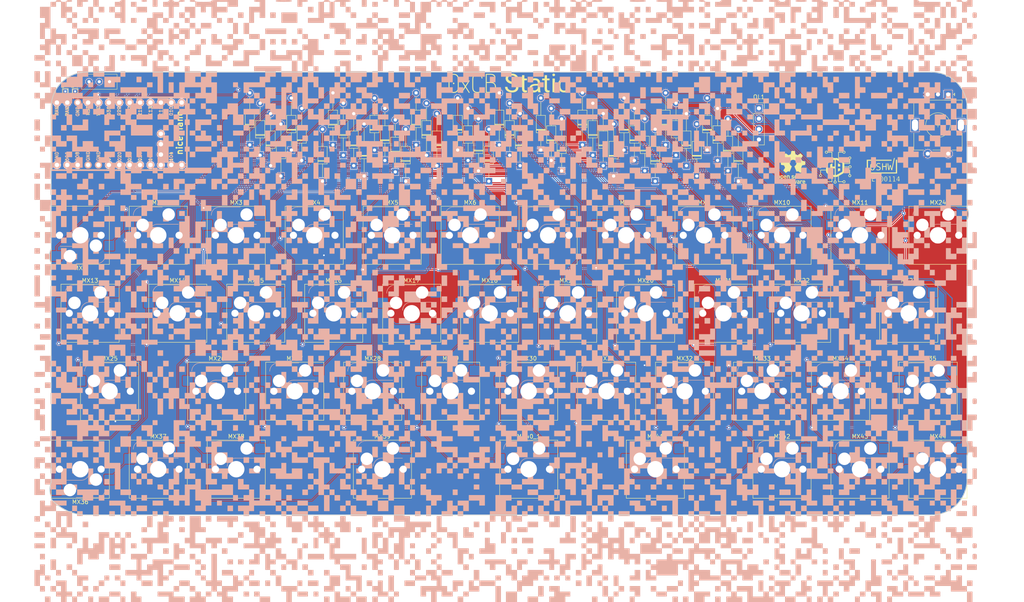
<source format=kicad_pcb>
(kicad_pcb (version 20221018) (generator pcbnew)
  (title_block (title "Static") (date "2021-05-27") (rev "1.0") (company "0xCB") (comment 1 "Conor Burns"))
  (layers (0 "F.Cu" signal) (31 "B.Cu" signal) (34 "B.Paste" user) (35 "F.Paste" user) (36 "B.SilkS" user "B.Silkscreen") (37 "F.SilkS" user "F.Silkscreen") (38 "B.Mask" user) (39 "F.Mask" user) (44 "Edge.Cuts" user))
  (net 0 "")
  (net 1 "+3.3V")
  (net 2 "GND")
  (net 3 "Net-(D9-Pad2)")
  (net 4 "Net-(D8-Pad2)")
  (net 5 "ROW0")
  (net 6 "Net-(D7-Pad2)")
  (net 7 "ROW1")
  (net 8 "Net-(D6-Pad2)")
  (net 9 "Net-(D5-Pad2)")
  (net 10 "Net-(D4-Pad2)")
  (net 11 "Net-(D38-Pad2)")
  (net 12 "Net-(D36-Pad2)")
  (net 13 "Net-(D35-Pad2)")
  (net 14 "Net-(D34-Pad2)")
  (net 15 "Net-(D33-Pad2)")
  (net 16 "Net-(D32-Pad2)")
  (net 17 "Net-(D31-Pad2)")
  (net 18 "Net-(D3-Pad2)")
  (net 19 "ROW2")
  (net 20 "Net-(D29-Pad2)")
  (net 21 "ROW3")
  (net 22 "Net-(D28-Pad2)")
  (net 23 "Net-(D27-Pad2)")
  (net 24 "Net-(D25-Pad2)")
  (net 25 "Net-(D24-Pad2)")
  (net 26 "Net-(D23-Pad2)")
  (net 27 "Net-(D22-Pad2)")
  (net 28 "Net-(D21-Pad2)")
  (net 29 "Net-(D20-Pad2)")
  (net 30 "Net-(D2-Pad2)")
  (net 31 "Net-(D19-Pad2)")
  (net 32 "ROW4")
  (net 33 "Net-(D18-Pad2)")
  (net 34 "Net-(D17-Pad2)")
  (net 35 "ROW5")
  (net 36 "Net-(D16-Pad2)")
  (net 37 "Net-(D15-Pad2)")
  (net 38 "Net-(D14-Pad2)")
  (net 39 "Net-(D30-Pad2)")
  (net 40 "Net-(D13-Pad2)")
  (net 41 "Net-(D12-Pad2)")
  (net 42 "Net-(D11-Pad2)")
  (net 43 "Net-(D10-Pad2)")
  (net 44 "Net-(D1-Pad2)")
  (net 45 "ROW6")
  (net 46 "ROW7")
  (net 47 "Net-(D37-Pad2)")
  (net 48 "Net-(D39-Pad2)")
  (net 49 "Net-(D40-Pad2)")
  (net 50 "Net-(D41-Pad2)")
  (net 51 "Net-(D42-Pad2)")
  (net 52 "Net-(D46-Pad2)")
  (net 53 "RST")
  (net 54 "COL0")
  (net 55 "COL1")
  (net 56 "COL2")
  (net 57 "COL3")
  (net 58 "COL4")
  (net 59 "COL5")
  (net 60 "EB")
  (net 61 "EA")
  (net 62 "SDA")
  (net 63 "SCL")
  (net 64 "Net-(D47-Pad2)")
  (net 65 "Net-(D45-Pad2)")
  (net 66 "Net-(D48-Pad2)")
  (net 67 "BAT-")
  (net 68 "BAT+")
  (footprint "Diode_THT:D_DO-35_SOD27_P12.70mm_Horizontal" (layer "F.Cu") (at 205.5495 64.262 90)
    (fp_text reference "D36" hide)
    (fp_text value "1N4148")
  )
  (footprint "PCM_Switch_Keyboard_Hotswap_Kailh:SW_Hotswap_Kailh_MX_1.00u" (layer "F.Cu") (at 223.52 99.06)
    (fp_text reference "MX22")
    (fp_text value "MX-NoLED")
  )
  (footprint "Diode_THT:D_DO-35_SOD27_P12.70mm_Horizontal" (layer "F.Cu") (at 197.9295 65.532 90)
    (fp_text reference "D47" hide)
    (fp_text value "1N4148")
  )
  (footprint "PCM_Switch_Keyboard_Hotswap_Kailh:SW_Hotswap_Kailh_MX_1.00u" (layer "F.Cu") (at 99.695 118.11)
    (fp_text reference "MX27")
    (fp_text value "MX-NoLED")
  )
  (footprint "Diode_THT:D_DO-35_SOD27_P12.70mm_Horizontal" (layer "F.Cu") (at 162.3695 61.722 90)
    (fp_text reference "D20" hide)
    (fp_text value "1N4148")
  )
  (footprint "static:nice_nano" (layer "F.Cu") (at 58.09681 55.20504)
    (fp_text reference "U1" hide)
    (fp_text value "nice_nano" hide)
  )
  (footprint "PCM_Switch_Keyboard_Hotswap_Kailh:SW_Hotswap_Kailh_MX_1.75u" (layer "F.Cu") (at 54.4513 118.11)
    (fp_text reference "MX25")
    (fp_text value "MX-NoLED")
  )
  (footprint "PCM_Switch_Keyboard_Hotswap_Kailh:SW_Hotswap_Kailh_MX_2.25u" (layer "F.Cu") (at 187.81 137.16)
    (fp_text reference "MX41")
    (fp_text value "MX-NoLED")
  )
  (footprint "Connector_PinSocket_2.54mm:PinSocket_1x04_P2.54mm_Vertical" (layer "F.Cu") (at 213.11 48.98)
    (fp_text reference "OL1")
    (fp_text value "OLED")
  )
  (footprint "Diode_THT:D_DO-35_SOD27_P12.70mm_Horizontal" (layer "F.Cu") (at 180.1495 59.182 90)
    (fp_text reference "D10" hide)
    (fp_text value "1N4148")
  )
  (footprint "PCM_Switch_Keyboard_Hotswap_Kailh:SW_Hotswap_Kailh_MX_1.00u" (layer "F.Cu") (at 204.47 99.06)
    (fp_text reference "MX21")
    (fp_text value "MX-NoLED")
  )
  (footprint "static:1P2T" (layer "F.Cu") (at 51.93842 42.480418)
    (fp_text reference "REF**" hide)
    (fp_text value "1P2T" hide)
  )
  (footprint "Diode_THT:D_DO-35_SOD27_P12.70mm_Horizontal" (layer "F.Cu") (at 101.4095 61.722 90)
    (fp_text reference "D14" hide)
    (fp_text value "1N4148")
  )
  (footprint "PCM_Switch_Keyboard_Hotswap_Kailh:SW_Hotswap_Kailh_MX_1.00u" (layer "F.Cu") (at 237.8075 80.01)
    (fp_text reference "MX11")
    (fp_text value "MX-NoLED")
  )
  (footprint "PCM_Switch_Keyboard_Hotswap_Kailh:SW_Hotswap_Kailh_MX_1.00u" (layer "F.Cu") (at 71.12 99.06)
    (fp_text reference "MX14")
    (fp_text value "MX-NoLED")
  )
  (footprint "PCM_Switch_Keyboard_Hotswap_Kailh:SW_Hotswap_Kailh_MX_1.00u" (layer "F.Cu") (at 175.895 118.11)
    (fp_text reference "MX31")
    (fp_text value "MX-NoLED")
  )
  (footprint "PCM_Switch_Keyboard_Hotswap_Kailh:SW_Hotswap_Kailh_MX_1.00u" (layer "F.Cu") (at 109.22 99.06)
    (fp_text reference "MX16")
    (fp_text value "MX-NoLED")
  )
  (footprint "Diode_THT:D_DO-35_SOD27_P12.70mm_Horizontal" (layer "F.Cu") (at 114.1095 62.992 90)
    (fp_text reference "D27" hide)
    (fp_text value "1N4148")
  )
  (footprint "Diode_THT:D_DO-35_SOD27_P12.70mm_Horizontal" (layer "F.Cu") (at 124.2695 64.516 90)
    (fp_text reference "D28" hide)
    (fp_text value "1N4148")
  )
  (footprint "PCM_Switch_Keyboard_Hotswap_Kailh:SW_Hotswap_Kailh_MX_1.00u" (layer "F.Cu") (at 218.7575 80.01)
    (fp_text reference "MX10")
    (fp_text value "MX-NoLED")
  )
  (footprint "PCM_Switch_Keyboard_Hotswap_Kailh:SW_Hotswap_Kailh_MX_1.00u" (layer "F.Cu") (at 137.795 118.11)
    (fp_text reference "MX29")
    (fp_text value "MX-NoLED")
  )
  (footprint "PCM_Switch_Keyboard_Hotswap_Kailh:SW_Hotswap_Kailh_MX_1.00u" (layer "F.Cu") (at 213.995 118.11)
    (fp_text reference "MX33")
    (fp_text value "MX-NoLED")
  )
  (footprint "Diode_THT:D_DO-35_SOD27_P12.70mm_Horizontal" (layer "F.Cu") (at 131.8895 60.452 90)
    (fp_text reference "D17" hide)
    (fp_text value "1N4148")
  )
  (footprint "Diode_THT:D_DO-35_SOD27_P12.70mm_Horizontal" (layer "F.Cu") (at 126.8095 66.802 90)
    (fp_text reference "D40" hide)
    (fp_text value "1N4148")
  )
  (footprint "Diode_THT:D_DO-35_SOD27_P12.70mm_Horizontal" (layer "F.Cu") (at 164.9095 64.262 90)
    (fp_text reference "D32" hide)
    (fp_text value "1N4148")
  )
  (footprint "PCM_Switch_Keyboard_Hotswap_Kailh:SW_Hotswap_Kailh_MX_2.75u" (layer "F.Cu") (at 121.1263 137.16)
    (fp_text reference "MX39")
    (fp_text value "MX-NoLED")
  )
  (footprint "Diode_THT:D_DO-35_SOD27_P12.70mm_Horizontal" (layer "F.Cu") (at 208.0895 66.802 90)
    (fp_text reference "D48" hide)
    (fp_text value "1N4148")
  )
  (footprint "PCM_Switch_Keyboard_Hotswap_Kailh:SW_Hotswap_Kailh_MX_1.00u" (layer "F.Cu") (at 156.86 137.16)
    (fp_text reference "MX40_1")
    (fp_text value "MX-NoLED")
  )
  (footprint "Diode_THT:D_DO-35_SOD27_P12.70mm_Horizontal" (layer "F.Cu") (at 152.2095 60.452 90)
    (fp_text reference "D19" hide)
    (fp_text value "1N4148")
  )
  (footprint "Diode_THT:D_DO-35_SOD27_P12.70mm_Horizontal" (layer "F.Cu") (at 195.3895 62.992 90)
    (fp_text reference "D35" hide)
    (fp_text value "1N4148")
  )
  (footprint "svg2mod" (layer "F.Cu") (at 143.07 42.89)
    (fp_text reference "L1" hide)
    (fp_text value "font1" hide)
  )
  (footprint "Diode_THT:D_DO-35_SOD27_P12.70mm_Horizontal" (layer "F.Cu") (at 177.6095 65.532 90)
    (fp_text reference "D45" hide)
    (fp_text value "1N4148")
  )
  (footprint "Diode_THT:D_DO-35_SOD27_P12.70mm_Horizontal" (layer "F.Cu") (at 119.1895 59.182 90)
    (fp_text reference "D4" hide)
    (fp_text value "1N4148")
  )
  (footprint "Diode_THT:D_DO-35_SOD27_P12.70mm_Horizontal" (layer "F.Cu") (at 182.6895 61.722 90)
    (fp_text reference "D22" hide)
    (fp_text value "1N4148")
  )
  (footprint "Diode_THT:D_DO-35_SOD27_P12.70mm_Horizontal" (layer "F.Cu") (at 93.7895 62.992 90)
    (fp_text reference "D25" hide)
    (fp_text value "1N4148")
  )
  (footprint "PCM_Switch_Keyboard_Hotswap_Kailh:SW_Hotswap_Kailh_MX_1.00u" (layer "F.Cu") (at 256.8575 137.16)
    (fp_text reference "MX44")
    (fp_text value "MX-NoLED")
  )
  (footprint "PCM_Switch_Keyboard_Hotswap_Kailh:SW_Hotswap_Kailh_MX_1.00u" (layer "F.Cu") (at 104.4575 80.01)
    (fp_text reference "MX4")
    (fp_text value "MX-NoLED")
  )
  (footprint "Diode_THT:D_DO-35_SOD27_P12.70mm_Horizontal" (layer "F.Cu") (at 203.0095 61.722 90)
    (fp_text reference "D24" hide)
    (fp_text value "1N4148")
  )
  (footprint "PCM_Switch_Keyboard_Hotswap_Kailh:SW_Hotswap_Kailh_MX_1.00u" (layer "F.Cu") (at 256.8575 80.01)
    (fp_text reference "MX24")
    (fp_text value "MX-NoLED")
  )
  (footprint "PCM_Switch_Keyboard_Hotswap_Kailh:SW_Hotswap_Kailh_MX_1.00u" (layer "F.Cu") (at 66.3575 137.16)
    (fp_text reference "MX37")
    (fp_text value "MX-NoLED")
  )
  (footprint "PCM_Switch_Keyboard_Hotswap_Kailh:SW_Hotswap_Kailh_MX_1.00u" (layer "F.Cu") (at 185.42 99.06)
    (fp_text reference "MX20")
    (fp_text value "MX-NoLED")
  )
  (footprint "Diode_THT:D_DO-35_SOD27_P12.70mm_Horizontal" (layer "F.Cu") (at 169.9895 57.912 90)
    (fp_text reference "D9" hide)
    (fp_text value "1N4148")
  )
  (footprint "PCM_Switch_Keyboard_Hotswap_Kailh:SW_Hotswap_Kailh_MX_1.00u" (layer "F.Cu") (at 161.6075 80.01)
    (fp_text reference "MX7")
    (fp_text value "MX-NoLED")
  )
  (footprint "static:oshwa" (layer "F.Cu") (at 243.164359 64.000835)
    (fp_text reference "G***" hide)
    (fp_text value "LOGO" hide)
  )
  (footprint "PCM_Switch_Keyboard_Hotswap_Kailh:SW_Hotswap_Kailh_MX_1.00u" (layer "F.Cu") (at 47.3075 137.16 180)
    (fp_text reference "MX36")
    (fp_text value "MX-NoLED")
  )
  (footprint "Diode_THT:D_DO-35_SOD27_P12.70mm_Horizontal" (layer "F.Cu") (at 116.6495 65.532 90)
    (fp_text reference "D39" hide)
    (fp_text value "1N4148")
  )
  (footprint "Diode_THT:D_DO-35_SOD27_P12.70mm_Horizontal" (layer "F.Cu") (at 91.2495 60.452 90)
    (fp_text reference "D13" hide)
    (fp_text value "1N4148")
  )
  (footprint "PCM_Switch_Keyboard_Hotswap_Kailh:SW_Hotswap_Kailh_MX_1.00u" (layer "F.Cu") (at 218.7575 137.16)
    (fp_text reference "MX42")
    (fp_text value "MX-NoLED")
  )
  (footprint "Diode_THT:D_DO-35_SOD27_P12.70mm_Horizontal" (layer "F.Cu") (at 200.4695 59.182 90)
    (fp_text reference "D12" hide)
    (fp_text value "1N4148")
  )
  (footprint "static:logo" (layer "F.Cu") (at 231.734359 63.360835)
    (fp_text reference "L4" hide)
    (fp_text value "LOGO" hide)
  )
  (footprint "Diode_THT:D_DO-35_SOD27_P12.70mm_Horizontal" (layer "F.Cu") (at 149.6695 57.912 90)
    (fp_text reference "D7" hide)
    (fp_text value "1N4148")
  )
  (footprint "PCM_Switch_Keyboard_Hotswap_Kailh:SW_Hotswap_Kailh_MX_1.00u" (layer "F.Cu") (at 128.27 99.06)
    (fp_text reference "MX17")
    (fp_text value "MX-NoLED")
  )
  (footprint "PCM_Switch_Keyboard_Hotswap_Kailh:SW_Hotswap_Kailh_MX_1.00u" (layer "F.Cu") (at 156.845 118.11)
    (fp_text reference "MX30")
    (fp_text value "MX-NoLED")
  )
  (footprint "Diode_THT:D_DO-35_SOD27_P12.70mm_Horizontal" (layer "F.Cu") (at 109.0295 57.912 90)
    (fp_text reference "D3" hide)
    (fp_text value "1N4148")
  )
  (footprint "Diode_THT:D_DO-35_SOD27_P12.70mm_Horizontal" (layer "F.Cu") (at 129.3495 57.912 90)
    (fp_text reference "D5" hide)
    (fp_text value "1N4148")
  )
  (footprint "PCM_Switch_Keyboard_Hotswap_Kailh:SW_Hotswap_Kailh_MX_1.00u" (layer "F.Cu") (at 180.6575 80.01)
    (fp_text reference "MX8")
    (fp_text value "MX-NoLED")
  )
  (footprint "PCM_Switch_Keyboard_Hotswap_Kailh:SW_Hotswap_Kailh_MX_1.00u" (layer "F.Cu") (at 123.5075 80.01)
    (fp_text reference "MX5")
    (fp_text value "MX-NoLED")
  )
  (footprint "PCM_Switch_Keyboard_Hotswap_Kailh:SW_Hotswap_Kailh_MX_1.00u" (layer "F.Cu") (at 233.045 118.11)
    (fp_text reference "MX34")
    (fp_text value "MX-NoLED")
  )
  (footprint "TestPoint:TestPoint_THTPad_1.0x1.0mm_Drill0.5mm" (layer "F.Cu") (at 46.060848 44.862345)
    (fp_text reference "B+")
    (fp_text value "TestPoint_THTPad_1.0x1.0mm_Drill0.5mm" hide)
  )
  (footprint "Diode_THT:D_DO-35_SOD27_P12.70mm_Horizontal" (layer "F.Cu") (at 159.8295 59.182 90)
    (fp_text reference "D8" hide)
    (fp_text value "1N4148")
  )
  (footprint "PCM_Switch_Keyboard_Hotswap_Kailh:SW_Hotswap_Kailh_MX_1.00u" (layer "F.Cu") (at 118.745 118.11)
    (fp_text reference "MX28")
    (fp_text value "MX-NoLED")
  )
  (footprint "PCM_Switch_Keyboard_Hotswap_Kailh:SW_Hotswap_Kailh_MX_1.00u" (layer "F.Cu") (at 166.37 99.06)
    (fp_text reference "MX19")
    (fp_text value "MX-NoLED")
  )
  (footprint "Diode_THT:D_DO-35_SOD27_P12.70mm_Horizontal" (layer "F.Cu") (at 121.7295 61.722 90)
    (fp_text reference "D16" hide)
    (fp_text value "1N4148")
  )
  (footprint "PCM_Switch_Keyboard_Hotswap_Kailh:SW_Hotswap_Kailh_MX_1.00u" (layer "F.Cu") (at 90.17 99.06)
    (fp_text reference "MX15")
    (fp_text value "MX-NoLED")
  )
  (footprint "Diode_THT:D_DO-35_SOD27_P12.70mm_Horizontal" (layer "F.Cu") (at 139.5095 59.182 90)
    (fp_text reference "D6" hide)
    (fp_text value "1N4148")
  )
  (footprint "Diode_THT:D_DO-35_SOD27_P12.70mm_Horizontal" (layer "F.Cu") (at 111.5695 60.452 90)
    (fp_text reference "D15" hide)
    (fp_text value "1N4148")
  )
  (footprint "PCM_Switch_Keyboard_Hotswap_Kailh:SW_Hotswap_Kailh_MX_1.00u" (layer "F.Cu") (at 237.8075 137.16)
    (fp_text reference "MX43")
    (fp_text value "MX-NoLED")
  )
  (footprint "Diode_THT:D_DO-35_SOD27_P12.70mm_Horizontal" (layer "F.Cu") (at 192.8495 60.452 90)
    (fp_text reference "D23" hide)
    (fp_text value "1N4148")
  )
  (footprint "PCM_Switch_Keyboard_Hotswap_Kailh:SW_Hotswap_Kailh_MX_1.00u" (layer "F.Cu") (at 147.32 99.06)
    (fp_text reference "MX18")
    (fp_text value "MX-NoLED")
  )
  (footprint "Diode_THT:D_DO-35_SOD27_P12.70mm_Horizontal" (layer "F.Cu") (at 154.7495 62.992 90)
    (fp_text reference "D31" hide)
    (fp_text value "1N4148")
  )
  (footprint "PCM_Switch_Keyboard_Hotswap_Kailh:SW_Hotswap_Kailh_MX_1.75u" (layer "F.Cu") (at 249.7138 99.06)
    (fp_text reference "MX23")
    (fp_text value "MX-NoLED")
  )
  (footprint "Diode_THT:D_DO-35_SOD27_P12.70mm_Horizontal" (layer "F.Cu") (at 134.4295 62.992 90)
    (fp_text reference "D29" hide)
    (fp_text value "1N4148")
  )
  (footprint "Diode_THT:D_DO-35_SOD27_P12.70mm_Horizontal" (layer "F.Cu") (at 88.7095 57.912 90)
    (fp_text reference "D1" hide)
    (fp_text value "1N4148")
  )
  (footprint "Diode_THT:D_DO-35_SOD27_P12.70mm_Horizontal" (layer "F.Cu") (at 142.0495 61.722 90)
    (fp_text reference "D18" hide)
    (fp_text value "1N4148")
  )
  (footprint "Diode_THT:D_DO-35_SOD27_P12.70mm_Horizontal" (layer "F.Cu") (at 187.7695 66.802 90)
    (fp_text reference "D46" hide)
    (fp_text value "1N4148")
  )
  (footprint "PCM_Switch_Keyboard_Hotswap_Kailh:SW_Hotswap_Kailh_MX_1.25u" (layer "F.Cu") (at 254.4763 118.11)
    (fp_text reference "MX35")
    (fp_text value "MX-NoLED")
  )
  (footprint "Diode_THT:D_DO-35_SOD27_P12.70mm_Horizontal" (layer "F.Cu") (at 106.4895 66.802 90)
    (fp_text reference "D38" hide)
    (fp_text value "1N4148")
  )
  (footprint "PCM_Switch_Keyboard_Hotswap_Kailh:SW_Hotswap_Kailh_MX_1.00u" (layer "F.Cu") (at 85.4075 137.16)
    (fp_text reference "MX38")
    (fp_text value "MX-NoLED")
  )
  (footprint "PCM_Switch_Keyboard_Hotswap_Kailh:SW_Hotswap_Kailh_MX_1.00u" (layer "F.Cu") (at 199.7075 80.01)
    (fp_text reference "MX9")
    (fp_text value "MX-NoLED")
  )
  (footprint "PCM_Switch_Keyboard_Hotswap_Kailh:SW_Hotswap_Kailh_MX_1.00u" (layer "F.Cu") (at 66.3575 80.01)
    (fp_text reference "MX2")
    (fp_text value "MX-NoLED")
  )
  (footprint "PCM_Switch_Keyboard_Hotswap_Kailh:SW_Hotswap_Kailh_MX_1.00u" (layer "F.Cu") (at 47.3075 80.01 180)
    (fp_text reference "MX1")
    (fp_text value "MX-NoLED")
  )
  (footprint "Diode_THT:D_DO-35_SOD27_P12.70mm_Horizontal" (layer "F.Cu") (at 144.5895 64.262 90)
    (fp_text reference "D30" hide)
    (fp_text value "1N4148")
  )
  (footprint "Diode_THT:D_DO-35_SOD27_P12.70mm_Horizontal" (layer "F.Cu") (at 172.5295 60.452 90)
    (fp_text reference "D21" hide)
    (fp_text value "1N4148")
  )
  (footprint "Diode_THT:D_DO-35_SOD27_P12.70mm_Horizontal" (layer "F.Cu") (at 98.8695 59.182 90)
    (fp_text reference "D2" hide)
    (fp_text value "1N4148")
  )
  (footprint "TestPoint:TestPoint_THTPad_1.0x1.0mm_Drill0.5mm" (layer "F.Cu") (at 43.649267 44.862345)
    (fp_text reference "B-")
    (fp_text value "TestPoint_THTPad_1.0x1.0mm_Drill0.5mm" hide)
  )
  (footprint "Symbol:OSHW-Logo_7.5x8mm_SilkScreen" (layer "F.Cu") (at 221.454359 63.410835)
    (fp_text reference "L3" hide)
    (fp_text value "OSHW-Logo_7.5x8mm_SilkScreen" hide)
  )
  (footprint "Diode_THT:D_DO-35_SOD27_P12.70mm_Horizontal" (layer "F.Cu") (at 185.2295 64.262 90)
    (fp_text reference "D34" hide)
    (fp_text value "1N4148")
  )
  (footprint "Diode_THT:D_DO-35_SOD27_P12.70mm_Horizontal" (layer "F.Cu") (at 175.0695 62.992 90)
    (fp_text reference "D33" hide)
    (fp_text value "1N4148")
  )
  (footprint "PCM_Switch_Keyboard_Hotswap_Kailh:SW_Hotswap_Kailh_MX_1.00u" (layer "F.Cu") (at 194.945 118.11)
    (fp_text reference "MX32")
    (fp_text value "MX-NoLED")
  )
  (footprint "PCM_Switch_Keyboard_Hotswap_Kailh:SW_Hotswap_Kailh_MX_1.25u" (layer "F.Cu") (at 49.6888 99.06)
    (fp_text reference "MX13")
    (fp_text value "MX-NoLED")
  )
  (footprint "Rotary_Encoder:RotaryEncoder_Alps_EC11E-Switch_Vertical_H20mm" (layer "F.Cu") (at 259.3575 45.582 -90)
    (fp_text reference "MX12" hide)
    (fp_text value "EC11")
  )
  (footprint "Diode_THT:D_DO-35_SOD27_P12.70mm_Horizontal" (layer "F.Cu") (at 147.1295 66.802 90)
    (fp_text reference "D42" hide)
    (fp_text value "1N4148")
  )
  (footprint "PCM_Switch_Keyboard_Hotswap_Kailh:SW_Hotswap_Kailh_MX_1.00u" (layer "F.Cu") (at 85.4075 80.01)
    (fp_text reference "MX3")
    (fp_text value "MX-NoLED")
  )
  (footprint "Diode_THT:D_DO-35_SOD27_P12.70mm_Horizontal" (layer "F.Cu") (at 190.3095 57.912 90)
    (fp_text reference "D11" hide)
    (fp_text value "1N4148")
  )
  (footprint "Diode_THT:D_DO-35_SOD27_P12.70mm_Horizontal" (layer "F.Cu") (at 96.3295 65.532 90)
    (fp_text reference "D37" hide)
    (fp_text value "1N4148")
  )
  (footprint "svg2mod" (layer "F.Cu") (at 158.96 42.8)
    (fp_text reference "L2" hide)
    (fp_text value "font2" hide)
  )
  (footprint "PCM_Switch_Keyboard_Hotswap_Kailh:SW_Hotswap_Kailh_MX_1.00u" (layer "F.Cu") (at 80.645 118.11)
    (fp_text reference "MX26")
    (fp_text value "MX-NoLED")
  )
  (footprint "PCM_Switch_Keyboard_Hotswap_Kailh:SW_Hotswap_Kailh_MX_1.00u" (layer "F.Cu") (at 142.5575 80.01)
    (fp_text reference "MX6")
    (fp_text value "MX-NoLED")
  )
  (footprint "static:back" (layer "B.Cu") (at 151.3 96 180)
    (fp_text reference "L5" hide)
    (fp_text value "LOGO" hide)
  )
  (gr_arc (start 255.322926 40.142574) (mid 261.429499 42.671999) (end 263.958924 48.778572) (stroke (width 0.2)) (layer "Edge.Cuts"))
  (gr_line (start 263.958926 76.259662) (end 263.958926 130.478501) (stroke (width 0.2)) (layer "Edge.Cuts"))
  (gr_arc (start 40.1955 48.768) (mid 42.724925 42.661427) (end 48.831498 40.132002) (stroke (width 0.2)) (layer "Edge.Cuts"))
  (gr_line (start 263.958926 133.903165) (end 263.958926 139.689426) (stroke (width 0.2)) (layer "Edge.Cuts"))
  (gr_line (start 263.958926 130.478501) (end 263.958926 130.478501) (stroke (width 0.2)) (layer "Edge.Cuts"))
  (gr_arc (start 48.842074 148.325426) (mid 44.109073 147.321327) (end 40.198424 144.472409) (stroke (width 0.2)) (layer "Edge.Cuts"))
  (gr_line (start 255.322926 148.325426) (end 48.842074 148.325426) (stroke (width 0.2)) (layer "Edge.Cuts"))
  (gr_line (start 255.322926 40.142574) (end 48.8315 40.132) (stroke (width 0.2)) (layer "Edge.Cuts"))
  (gr_arc (start 263.958926 139.689426) (mid 261.429501 145.795999) (end 255.322928 148.325424) (stroke (width 0.2)) (layer "Edge.Cuts"))
  (gr_arc (start 263.96665 73.355076) (mid 264.316643 74.807373) (end 263.96665 76.259662) (stroke (width 0.2)) (layer "Edge.Cuts"))
  (gr_arc (start 263.958926 130.478501) (mid 264.294101 132.19083) (end 263.958926 133.903165) (stroke (width 0.2)) (layer "Edge.Cuts"))
  (gr_arc (start 40.198407 143.911748) (mid 39.862162 142.124604) (end 40.198298 140.337439) (stroke (width 0.2)) (layer "Edge.Cuts"))
  (gr_line (start 263.958926 48.778574) (end 263.958926 73.355076) (stroke (width 0.2)) (layer "Edge.Cuts"))
  (gr_arc (start 40.196664 86.848451) (mid 39.777006 85.07235) (end 40.196555 83.296221) (stroke (width 0.2)) (layer "Edge.Cuts"))
  (gr_line (start 40.196555 83.296221) (end 40.1955 48.768) (stroke (width 0.2)) (layer "Edge.Cuts"))
  (gr_line (start 40.198424 144.472409) (end 40.198407 143.911748) (stroke (width 0.2)) (layer "Edge.Cuts"))
  (gr_line (start 40.198298 140.337439) (end 40.196664 86.848451) (stroke (width 0.2)) (layer "Edge.Cuts"))
  (segment (start 86.85624 44.46176) (end 87.376 43.942) (width 0.25) (layer "F.Cu") (net 1))
  (segment (start 51.7119 45.670824) (end 51.74681 45.705734) (width 0.25) (layer "F.Cu") (net 1))
  (segment (start 202.986 43.942) (end 213.104 54.06) (width 0.25) (layer "F.Cu") (net 1))
  (segment (start 85.896056 44.46176) (end 86.85624 44.46176) (width 0.25) (layer "F.Cu") (net 1))
  (segment (start 87.376 43.942) (end 202.986 43.942) (width 0.25) (layer "F.Cu") (net 1))
  (segment (start 51.74681 45.705734) (end 51.74681 47.58504) (width 0.25) (layer "F.Cu") (net 1))
  (segment (start 213.104 54.06) (end 213.11 54.06) (width 0.25) (layer "F.Cu") (net 1))
  (via (at 85.896056 44.46176) (size 0.8) (drill 0.4) (layers "F.Cu" "B.Cu") (net 1))
  (via (at 51.7119 45.670824) (size 0.8) (drill 0.4) (layers "F.Cu" "B.Cu") (net 1))
  (segment (start 84.637816 45.72) (end 85.896056 44.46176) (width 0.25) (layer "B.Cu") (net 1))
  (segment (start 51.761076 45.72) (end 84.637816 45.72) (width 0.25) (layer "B.Cu") (net 1))
  (segment (start 51.7119 45.670824) (end 51.761076 45.72) (width 0.25) (layer "B.Cu") (net 1))
  (segment (start 49.256026 44.995824) (end 56.31034 44.995824) (width 0.25) (layer "F.Cu") (net 2))
  (segment (start 252.9984 41.7229) (end 256.8575 45.582) (width 0.25) (layer "F.Cu") (net 2))
  (segment (start 63.969925 46.43374) (end 63.29551 47.108155) (width 0.25) (layer "F.Cu") (net 2))
  (segment (start 72.543695 46.43374) (end 63.969925 46.43374) (width 0.25) (layer "F.Cu") (net 2))
  (segment (start 82.709955 56.6) (end 72.543695 46.43374) (width 0.25) (layer "F.Cu") (net 2))
  (segment (start 63.29551 48.73634) (end 49.20681 62.82504) (width 0.25) (layer "F.Cu") (net 2))
  (segment (start 213.11 56.6) (end 82.709955 56.6) (width 0.25) (layer "F.Cu") (net 2))
  (segment (start 56.31034 44.995824) (end 59.583264 41.7229) (width 0.25) (layer "F.Cu") (net 2))
  (segment (start 59.583264 41.7229) (end 252.9984 41.7229) (width 0.25) (layer "F.Cu") (net 2))
  (segment (start 63.29551 47.108155) (end 63.29551 48.73634) (width 0.25) (layer "F.Cu") (net 2))
  (segment (start 46.66681 47.58504) (end 49.256026 44.995824) (width 0.25) (layer "F.Cu") (net 2))
  (via (at 106.83 84.89) (size 0.8) (drill 0.4) (layers "F.Cu" "B.Cu") (net 2))
  (via (at 55.88 125.476) (size 0.8) (drill 0.4) (layers "F.Cu" "B.Cu") (net 2))
  (via (at 185.166 111.76) (size 0.8) (drill 0.4) (layers "F.Cu" "B.Cu") (net 2))
  (segment (start 172.5295 45.212) (end 172.212 45.212) (width 0.25) (layer "B.Cu") (net 3))
  (segment (start 205.5495 74.93) (end 203.8995 73.28) (width 0.25) (layer "B.Cu") (net 3))
  (segment (start 172.972 45.212) (end 172.212 45.212) (width 0.25) (layer "B.Cu") (net 3))
  (segment (start 172.212 45.212) (end 169.9895 45.212) (width 0.25) (layer "B.Cu") (net 3))
  (segment (start 203.8995 73.28) (end 201.04 73.28) (width 0.25) (layer "B.Cu") (net 3))
  (segment (start 201.04 73.28) (end 172.972 45.212) (width 0.25) (layer "B.Cu") (net 3))
  (segment (start 183.1975 74.706588) (end 183.1975 74.93) (width 0.25) (layer "B.Cu") (net 4))
  (segment (start 181.770912 73.28) (end 184.8495 73.28) (width 0.25) (layer "B.Cu") (net 4))
  (segment (start 159.8295 46.482) (end 161.9545 46.482) (width 0.25) (layer "B.Cu") (net 4))
  (segment (start 184.8495 73.28) (end 186.4995 74.93) (width 0.25) (layer "B.Cu") (net 4))
  (segment (start 171.1071 55.6346) (end 171.1071 62.616188) (width 0.25) (layer "B.Cu") (net 4))
  (segment (start 171.1071 62.616188) (end 177.435456 68.944544) (width 0.25) (layer "B.Cu") (net 4))
  (segment (start 177.435456 68.944544) (end 181.770912 73.28) (width 0.25) (layer "B.Cu") (net 4))
  (segment (start 161.9545 46.482) (end 171.1071 55.6346) (width 0.25) (layer "B.Cu") (net 4))
  (segment (start 129.3495 57.912) (end 109.0295 57.912) (width 0.25) (layer "F.Cu") (net 5))
  (segment (start 169.9895 57.912) (end 149.6695 57.912) (width 0.25) (layer "F.Cu") (net 5))
  (segment (start 190.3095 57.912) (end 169.9895 57.912) (width 0.25) (layer "F.Cu") (net 5))
  (segment (start 72.06681 47.58504) (end 82.39377 57.912) (width 0.25) (layer "F.Cu") (net 5))
  (segment (start 109.0295 57.912) (end 88.7095 57.912) (width 0.25) (layer "F.Cu") (net 5))
  (segment (start 149.6695 57.912) (end 129.3495 57.912) (width 0.25) (layer "F.Cu") (net 5))
  (segment (start 190.31 57.912) (end 190.3095 57.912) (width 0.25) (layer "F.Cu") (net 5))
  (segment (start 82.39377 57.912) (end 88.7095 57.912) (width 0.25) (layer "F.Cu") (net 5))
  (segment (start 165.14838 73.92912) (end 164.1475 74.93) (width 0.25) (layer "B.Cu") (net 6))
  (segment (start 167.4495 70.440006) (end 167.4495 74.93) (width 0.25) (layer "B.Cu") (net 6))
  (segment (start 165.14838 68.138886) (end 167.4495 70.440006) (width 0.25) (layer "B.Cu") (net 6))
  (segment (start 149.6695 45.212) (end 149.6695 52.660006) (width 0.25) (layer "B.Cu") (net 6))
  (segment (start 149.6695 52.660006) (end 165.14838 68.138886) (width 0.25) (layer "B.Cu") (net 6))
  (segment (start 159.8295 59.182) (end 139.5095 59.182) (width 0.25) (layer "F.Cu") (net 7))
  (segment (start 69.52681 47.58504) (end 81.12377 59.182) (width 0.25) (layer "F.Cu") (net 7))
  (segment (start 200.4695 59.182) (end 180.1495 59.182) (width 0.25) (layer "F.Cu") (net 7))
  (segment (start 119.1895 59.182) (end 98.8695 59.182) (width 0.25) (layer "F.Cu") (net 7))
  (segment (start 180.1495 59.182) (end 159.8295 59.182) (width 0.25) (layer "F.Cu") (net 7))
  (segment (start 200.47 59.182) (end 200.4695 59.182) (width 0.25) (layer "F.Cu") (net 7))
  (segment (start 81.12377 59.182) (end 98.8695 59.182) (width 0.25) (layer "F.Cu") (net 7))
  (segment (start 139.5095 59.182) (end 119.1895 59.182) (width 0.25) (layer "F.Cu") (net 7))
  (segment (start 140.9741 53.3441) (end 139.5095 51.8795) (width 0.25) (layer "B.Cu") (net 8))
  (segment (start 140.9741 66.04) (end 140.9741 53.3441) (width 0.25) (layer "B.Cu") (net 8))
  (segment (start 148.3995 74.93) (end 140.9741 67.5046) (width 0.25) (layer "B.Cu") (net 8))
  (segment (start 140.9741 67.5046) (end 140.9741 66.04) (width 0.25) (layer "B.Cu") (net 8))
  (segment (start 139.5095 51.8795) (end 139.5095 46.482) (width 0.25) (layer "B.Cu") (net 8))
  (segment (start 129.3495 74.93) (end 129.3495 74.7354) (width 0.25) (layer "B.Cu") (net 9))
  (segment (start 125.7341 48.8274) (end 129.3495 45.212) (width 0.25) (layer "B.Cu") (net 9))
  (segment (start 125.7341 74.6166) (end 126.0475 74.93) (width 0.25) (layer "B.Cu") (net 9))
  (segment (start 125.7341 71.12) (end 125.7341 48.8274) (width 0.25) (layer "B.Cu") (net 9))
  (segment (start 129.3495 74.7354) (end 125.7341 71.12) (width 0.25) (layer "B.Cu") (net 9))
  (segment (start 119.1895 46.482) (end 119.1895 48.7204) (width 0.25) (layer "B.Cu") (net 10))
  (segment (start 112.7508 67.732806) (end 110.2995 70.184106) (width 0.25) (layer "B.Cu") (net 10))
  (segment (start 112.7508 55.1591) (end 112.7508 67.732806) (width 0.25) (layer "B.Cu") (net 10))
  (segment (start 119.1895 48.7204) (end 112.7508 55.1591) (width 0.25) (layer "B.Cu") (net 10))
  (segment (start 106.9975 73.486106) (end 106.9975 74.93) (width 0.25) (layer "B.Cu") (net 10))
  (segment (start 110.2995 70.184106) (end 110.2995 74.93) (width 0.25) (layer "B.Cu") (net 10))
  (segment (start 106.4895 59.29) (end 94.38 71.3995) (width 0.25) (layer "B.Cu") (net 11))
  (segment (start 71.12 111.76) (end 73.625003 109.254997) (width 0.25) (layer "B.Cu") (net 11))
  (segment (start 72.1995 132.08) (end 71.12 131.0005) (width 0.25) (layer "B.Cu") (net 11))
  (segment (start 99.06 86.36) (end 99.06 99.891314) (width 0.25) (layer "B.Cu") (net 11))
  (segment (start 74.514343 108.365657) (end 71.12 111.76) (width 0.25) (layer "B.Cu") (net 11))
  (segment (start 94.38 71.3995) (end 94.38 81.68) (width 0.25) (layer "B.Cu") (net 11))
  (segment (start 90.585657 108.365657) (end 74.514343 108.365657) (width 0.25) (layer "B.Cu") (net 11))
  (segment (start 106.4895 54.102) (end 106.4895 59.29) (width 0.25) (layer "B.Cu") (net 11))
  (segment (start 99.06 99.891314) (end 90.585657 108.365657) (width 0.25) (layer "B.Cu") (net 11))
  (segment (start 71.12 131.0005) (end 71.12 111.76) (width 0.25) (layer "B.Cu") (net 11))
  (segment (start 94.38 81.68) (end 99.06 86.36) (width 0.25) (layer "B.Cu") (net 11))
  (segment (start 205.5495 51.562) (end 207.566552 51.562) (width 0.25) (layer "B.Cu") (net 12))
  (segment (start 255.548946 90.64) (end 260.3183 95.409353) (width 0.25) (layer "B.Cu") (net 12))
  (segment (start 211.316772 55.31222) (end 217.306534 55.31222) (width 0.25) (layer "B.Cu") (net 12))
  (segment (start 260.3183 95.409353) (end 260.3183 113.03) (width 0.25) (layer "B.Cu") (net 12))
  (segment (start 238.974315 77.511029) (end 252.103286 90.64) (width 0.25) (layer "B.Cu") (net 12))
  (segment (start 217.306534 55.31222) (end 238.974315 76.98) (width 0.25) (layer "B.Cu") (net 12))
  (segment (start 207.566552 51.562) (end 211.316772 55.31222) (width 0.25) (layer "B.Cu") (net 12))
  (segment (start 252.103286 90.64) (end 255.548946 90.64) (width 0.25) (layer "B.Cu") (net 12))
  (segment (start 238.974315 76.98) (end 238.974315 77.511029) (width 0.25) (layer "B.Cu") (net 12))
  (segment (start 197.615688 50.292) (end 216.032471 68.708783) (width 0.25) (layer "B.Cu") (net 13))
  (segment (start 224.562587 76.673893) (end 235.585 87.696306) (width 0.25) (layer "B.Cu") (net 13))
  (segment (start 235.585 109.728) (end 238.887 113.03) (width 0.25) (layer "B.Cu") (net 13))
  (segment (start 216.032471 68.708783) (end 216.032471 72.200256) (width 0.25) (layer "B.Cu") (net 13))
  (segment (start 220.506107 76.673893) (end 224.562587 76.673893) (width 0.25) (layer "B.Cu") (net 13))
  (segment (start 195.3895 50.292) (end 197.615688 50.292) (width 0.25) (layer "B.Cu") (net 13))
  (segment (start 235.585 87.696306) (end 235.585 109.728) (width 0.25) (layer "B.Cu") (net 13))
  (segment (start 216.032471 72.200256) (end 220.506107 76.673893) (width 0.25) (layer "B.Cu") (net 13))
  (segment (start 214.914129 72.778973) (end 207.985372 72.778973) (width 0.25) (layer "B.Cu") (net 14))
  (segment (start 221.36 111.507) (end 221.36 79.224844) (width 0.25) (layer "B.Cu") (net 14))
  (segment (start 207.985372 72.778973) (end 186.7684 51.562) (width 0.25) (layer "B.Cu") (net 14))
  (segment (start 186.7684 51.562) (end 185.2295 51.562) (width 0.25) (layer "B.Cu") (net 14))
  (segment (start 221.36 79.224844) (end 214.914129 72.778973) (width 0.25) (layer "B.Cu") (net 14))
  (segment (start 219.837 113.03) (end 221.36 111.507) (width 0.25) (layer "B.Cu") (net 14))
  (segment (start 190.1 71.285686) (end 190.1 81.150679) (width 0.25) (layer "B.Cu") (net 15))
  (segment (start 190.1 81.150679) (end 190.36466 81.41534) (width 0.25) (layer "B.Cu") (net 15))
  (segment (start 187.794314 68.98) (end 190.1 71.285686) (width 0.25) (layer "B.Cu") (net 15))
  (segment (start 173.75 64.694082) (end 173.75 51.6115) (width 0.25) (layer "B.Cu") (net 15))
  (segment (start 195.58 99.06) (end 195.58 106.553) (width 0.25) (layer "B.Cu") (net 15))
  (segment (start 178.035919 68.98) (end 187.794314 68.98) (width 0.25) (layer "B.Cu") (net 15))
  (segment (start 178.011973 68.956055) (end 177.465524 68.409605) (width 0.25) (layer "B.Cu") (net 15))
  (segment (start 177.465524 68.409605) (end 178.035919 68.98) (width 0.25) (layer "B.Cu") (net 15))
  (segment (start 195.58 106.553) (end 200.787 111.76) (width 0.25) (layer "B.Cu") (net 15))
  (segment (start 177.465524 68.409605) (end 173.75 64.694082) (width 0.25) (layer "B.Cu") (net 15))
  (segment (start 173.75 51.6115) (end 175.0695 50.292) (width 0.25) (layer "B.Cu") (net 15))
  (segment (start 200.787 111.76) (end 200.787 113.03) (width 0.25) (layer "B.Cu") (net 15))
  (segment (start 195.58 99.06) (end 195.58 86.63068) (width 0.25) (layer "B.Cu") (net 15))
  (segment (start 195.58 86.63068) (end 190.36466 81.41534) (width 0.25) (layer "B.Cu") (net 15))
  (segment (start 195.58 90.44) (end 195.58 99.06) (width 0.25) (layer "B.Cu") (net 15))
  (segment (start 165.59878 58.23788) (end 165.59878 52.25128) (width 0.25) (layer "B.Cu") (net 16))
  (segment (start 175.3235 106.6165) (end 175.3235 93.98) (width 0.25) (layer "B.Cu") (net 16))
  (segment (start 170.637947 89.294447) (end 170.637947 63.277047) (width 0.25) (layer "B.Cu") (net 16))
  (segment (start 181.737 113.03) (end 175.3235 106.6165) (width 0.25) (layer "B.Cu") (net 16))
  (segment (start 175.3235 93.98) (end 170.637947 89.294447) (width 0.25) (layer "B.Cu") (net 16))
  (segment (start 165.59878 52.25128) (end 164.9095 51.562) (width 0.25) (layer "B.Cu") (net 16))
  (segment (start 170.637947 63.277047) (end 165.59878 58.23788) (width 0.25) (layer "B.Cu") (net 16))
  (segment (start 169.837947 84.972053) (end 165.5479 89.2621) (width 0.25) (layer "B.Cu") (net 17))
  (segment (start 154.7495 57.175) (end 169.837947 72.263447) (width 0.25) (layer "B.Cu") (net 17))
  (segment (start 165.1 96.52) (end 165.1 89.71) (width 0.25) (layer "B.Cu") (net 17))
  (segment (start 154.7495 50.292) (end 154.7495 57.175) (width 0.25) (layer "B.Cu") (net 17))
  (segment (start 162.687 98.933) (end 165.1 96.52) (width 0.25) (layer "B.Cu") (net 17))
  (segment (start 162.687 113.03) (end 162.687 98.933) (width 0.25) (layer "B.Cu") (net 17))
  (segment (start 169.837947 72.263447) (end 169.837947 84.972053) (width 0.25) (layer "B.Cu") (net 17))
  (segment (start 165.1 89.71) (end 165.5479 89.2621) (width 0.25) (layer "B.Cu") (net 17))
  (segment (start 92.723531 60.203775) (end 107.715306 45.212) (width 0.25) (layer "B.Cu") (net 18))
  (segment (start 91.2495 63.111126) (end 92.723531 61.637095) (width 0.25) (layer "B.Cu") (net 18))
  (segment (start 91.2495 74.93) (end 91.2495 63.111126) (width 0.25) (layer "B.Cu") (net 18))
  (segment (start 107.715306 45.212) (end 109.0295 45.212) (width 0.25) (layer "B.Cu") (net 18))
  (segment (start 92.723531 61.637095) (end 92.723531 60.203775) (width 0.25) (layer "B.Cu") (net 18))
  (segment (start 172.5295 60.452) (end 152.2095 60.452) (width 0.25) (layer "F.Cu") (net 19))
  (segment (start 79.85377 60.452) (end 91.2495 60.452) (width 0.25) (layer "F.Cu") (net 19))
  (segment (start 131.8895 60.452) (end 111.5695 60.452) (width 0.25) (layer "F.Cu") (net 19))
  (segment (start 192.85 60.452) (end 192.8495 60.452) (width 0.25) (layer "F.Cu") (net 19))
  (segment (start 111.5695 60.452) (end 91.2495 60.452) (width 0.25) (layer "F.Cu") (net 19))
  (segment (start 66.98681 47.58504) (end 79.85377 60.452) (width 0.25) (layer "F.Cu") (net 19))
  (segment (start 152.2095 60.452) (end 131.8895 60.452) (width 0.25) (layer "F.Cu") (net 19))
  (segment (start 192.8495 60.452) (end 172.5295 60.452) (width 0.25) (layer "F.Cu") (net 19))
  (segment (start 119.545686 89.865686) (end 119.545686 107.988686) (width 0.25) (layer "B.Cu") (net 20))
  (segment (start 120.111372 89.3) (end 119.545686 89.865686) (width 0.25) (layer "B.Cu") (net 20))
  (segment (start 131.68 89.3) (end 120.111372 89.3) (width 0.25) (layer "B.Cu") (net 20))
  (segment (start 119.545686 107.988686) (end 124.587 113.03) (width 0.25) (layer "B.Cu") (net 20))
  (segment (start 134.4295 50.292) (end 133.354989 51.366511) (width 0.25) (layer "B.Cu") (net 20))
  (segment (start 133.354989 51.366511) (end 133.354989 87.625011) (width 0.25) (layer "B.Cu") (net 20))
  (segment (start 133.354989 87.625011) (end 131.68 89.3) (width 0.25) (layer "B.Cu") (net 20))
  (segment (start 203.0095 61.722) (end 182.6895 61.722) (width 0.25) (layer "F.Cu") (net 21))
  (segment (start 64.44681 47.58504) (end 78.58377 61.722) (width 0.25) (layer "F.Cu") (net 21))
  (segment (start 142.0495 61.722) (end 121.7295 61.722) (width 0.25) (layer "F.Cu") (net 21))
  (segment (start 162.3695 61.722) (end 142.0495 61.722) (width 0.25) (layer "F.Cu") (net 21))
  (segment (start 78.58377 61.722) (end 101.4095 61.722) (width 0.25) (layer "F.Cu") (net 21))
  (segment (start 203.01 61.722) (end 203.0095 61.722) (width 0.25) (layer "F.Cu") (net 21))
  (segment (start 182.6895 61.722) (end 162.3695 61.722) (width 0.25) (layer "F.Cu") (net 21))
  (segment (start 121.7295 61.722) (end 101.4095 61.722) (width 0.25) (layer "F.Cu") (net 21))
  (segment (start 123.1942 52.8913) (end 124.2695 51.816) (width 0.25) (layer "B.Cu") (net 22))
  (segment (start 121.3825 86.8975) (end 121.3825 70.3583) (width 0.25) (layer "B.Cu") (net 22))
  (segment (start 121.3825 70.3583) (end 123.1942 68.5466) (width 0.25) (layer "B.Cu") (net 22))
  (segment (start 119.38 88.9) (end 121.3825 86.8975) (width 0.25) (layer "B.Cu") (net 22))
  (segment (start 118.745686 106.68) (end 111.887 106.68) (width 0.25) (layer "B.Cu") (net 22))
  (segment (start 123.1942 68.5466) (end 123.1942 52.8913) (width 0.25) (layer "B.Cu") (net 22))
  (segment (start 118.745686 89.534314) (end 118.745686 106.68) (width 0.25) (layer "B.Cu") (net 22))
  (segment (start 119.38 88.9) (end 118.745686 89.534314) (width 0.25) (layer "B.Cu") (net 22))
  (segment (start 119.38 88.9) (end 119.780001 88.5) (width 0.25) (layer "B.Cu") (net 22))
  (segment (start 111.887 106.68) (end 105.537 113.03) (width 0.25) (layer "B.Cu") (net 22))
  (segment (start 99.46 86.194315) (end 94.78 81.514314) (width 0.25) (layer "B.Cu") (net 23))
  (segment (start 99.46 100.057) (end 99.46 86.194315) (width 0.25) (layer "B.Cu") (net 23))
  (segment (start 94.78 71.565186) (end 96.920686 69.4245) (width 0.25) (layer "B.Cu") (net 23))
  (segment (start 96.920686 69.4245) (end 109.22 69.4245) (width 0.25) (layer "B.Cu") (net 23))
  (segment (start 110.4941 68.1504) (end 110.4941 53.9074) (width 0.25) (layer "B.Cu") (net 23))
  (segment (start 86.487 113.03) (end 99.46 100.057) (width 0.25) (layer "B.Cu") (net 23))
  (segment (start 110.4941 53.9074) (end 114.1095 50.292) (width 0.25) (layer "B.Cu") (net 23))
  (segment (start 109.22 69.4245) (end 110.4941 68.1504) (width 0.25) (layer "B.Cu") (net 23))
  (segment (start 94.78 81.514314) (end 94.78 71.565186) (width 0.25) (layer "B.Cu") (net 23))
  (segment (start 74.342843 79.084557) (end 74.342843 71.641597) (width 0.25) (layer "B.Cu") (net 24))
  (segment (start 66.436542 86.990857) (end 74.342843 79.084557) (width 0.25) (layer "B.Cu") (net 24))
  (segment (start 92.819006 50.292) (end 93.7895 50.292) (width 0.25) (layer "B.Cu") (net 24))
  (segment (start 59.97725 112.71395) (end 59.97725 90.448436) (width 0.25) (layer "B.Cu") (net 24))
  (segment (start 60.2933 113.03) (end 59.97725 112.71395) (width 0.25) (layer "B.Cu") (net 24))
  (segment (start 87.49 68.0245) (end 87.49 55.621006) (width 0.25) (layer "B.Cu") (net 24))
  (segment (start 59.97725 90.448436) (end 63.434829 86.990857) (width 0.25) (layer "B.Cu") (net 24))
  (segment (start 83.872903 71.641597) (end 87.49 68.0245) (width 0.25) (layer "B.Cu") (net 24))
  (segment (start 74.342843 71.641597) (end 83.872903 71.641597) (width 0.25) (layer "B.Cu") (net 24))
  (segment (start 87.49 55.621006) (end 92.819006 50.292) (width 0.25) (layer "B.Cu") (net 24))
  (segment (start 63.434829 86.990857) (end 66.436542 86.990857) (width 0.25) (layer "B.Cu") (net 24))
  (segment (start 239.14 76.58) (end 215.495 52.935) (width 0.25) (layer "B.Cu") (net 25))
  (segment (start 248.853042 73.28) (end 245.553042 76.58) (width 0.25) (layer "B.Cu") (net 25))
  (segment (start 215.495 52.935) (end 211.225 52.935) (width 0.25) (layer "B.Cu") (net 25))
  (segment (start 245.553042 76.58) (end 239.14 76.58) (width 0.25) (layer "B.Cu") (net 25))
  (segment (start 207.312 49.022) (end 203.0095 49.022) (width 0.25) (layer "B.Cu") (net 25))
  (segment (start 211.225 52.935) (end 207.312 49.022) (width 0.25) (layer "B.Cu") (net 25))
  (segment (start 262.6995 74.93) (end 261.0495 73.28) (width 0.25) (layer "B.Cu") (net 25))
  (segment (start 261.0495 73.28) (end 248.853042 73.28) (width 0.25) (layer "B.Cu") (net 25))
  (segment (start 228.580566 80.126186) (end 239.89438 91.44) (width 0.25) (layer "B.Cu") (net 26))
  (segment (start 239.89438 91.44) (end 253.0158 91.44) (width 0.25) (layer "B.Cu") (net 26))
  (segment (start 253.0158 91.44) (end 255.5558 93.98) (width 0.25) (layer "B.Cu") (net 26))
  (segment (start 192.8495 47.752) (end 200.188962 47.752) (width 0.25) (layer "B.Cu") (net 26))
  (segment (start 228.580566 76.143604) (end 228.580566 80.126186) (width 0.25) (layer "B.Cu") (net 26))
  (segment (start 200.188962 47.752) (end 228.580566 76.143604) (width 0.25) (layer "B.Cu") (net 26))
  (segment (start 215.066644 72.365802) (end 208.137888 72.365802) (width 0.25) (layer "B.Cu") (net 27))
  (segment (start 220.174735 77.473893) (end 215.066644 72.365802) (width 0.25) (layer "B.Cu") (net 27))
  (segment (start 229.362 93.98) (end 229.362 82.603998) (width 0.25) (layer "B.Cu") (net 27))
  (segment (start 229.362 82.603998) (end 224.231895 77.473893) (width 0.25) (layer "B.Cu") (net 27))
  (segment (start 206.992108 71.211407) (end 184.8027 49.022) (width 0.25) (layer "B.Cu") (net 27))
  (segment (start 208.137888 72.365802) (end 206.992108 71.220022) (width 0.25) (layer "B.Cu") (net 27))
  (segment (start 206.992108 71.220022) (end 206.992108 71.211407) (width 0.25) (layer "B.Cu") (net 27))
  (segment (start 184.8027 49.022) (end 182.6895 49.022) (width 0.25) (layer "B.Cu") (net 27))
  (segment (start 224.231895 77.473893) (end 220.174735 77.473893) (width 0.25) (layer "B.Cu") (net 27))
  (segment (start 174.752 47.752) (end 172.5295 47.752) (width 0.25) (layer "B.Cu") (net 28))
  (segment (start 200.29711 76.093674) (end 201.063878 76.860442) (width 0.25) (layer "B.Cu") (net 28))
  (segment (start 210.82 93.472) (end 210.82 81.845686) (width 0.25) (layer "B.Cu") (net 28))
  (segment (start 200.29711 73.29711) (end 174.752 47.752) (width 0.25) (layer "B.Cu") (net 28))
  (segment (start 205.834756 76.860442) (end 201.063878 76.860442) (width 0.25) (layer "B.Cu") (net 28))
  (segment (start 172.5295 47.752) (end 174.504494 47.752) (width 0.25) (layer "B.Cu") (net 28))
  (segment (start 210.312 93.98) (end 210.82 93.472) (width 0.25) (layer "B.Cu") (net 28))
  (segment (start 207.12 93.87) (end 207.01 93.98) (width 0.25) (layer "B.Cu") (net 28))
  (segment (start 200.29711 73.29711) (end 200.29711 76.093674) (width 0.25) (layer "B.Cu") (net 28))
  (segment (start 210.82 81.845686) (end 205.834756 76.860442) (width 0.25) (layer "B.Cu") (net 28))
  (segment (start 187.96 83.8594) (end 187.96 90.678) (width 0.25) (layer "B.Cu") (net 29))
  (segment (start 165.9983 58.072394) (end 181.4984 73.572494) (width 0.25) (layer "B.Cu") (net 29))
  (segment (start 187.96 90.678) (end 191.262 93.98) (width 0.25) (layer "B.Cu") (net 29))
  (segment (start 181.4984 77.3978) (end 187.96 83.8594) (width 0.25) (layer "B.Cu") (net 29))
  (segment (start 165.9983 51.0934) (end 165.9983 58.072394) (width 0.25) (layer "B.Cu") (net 29))
  (segment (start 181.4984 73.572494) (end 181.4984 77.3978) (width 0.25) (layer "B.Cu") (net 29))
  (segment (start 163.9269 49.022) (end 165.9983 51.0934) (width 0.25) (layer "B.Cu") (net 29))
  (segment (start 162.3695 49.022) (end 163.9269 49.022) (width 0.25) (layer "B.Cu") (net 29))
  (segment (start 98.8695 46.482) (end 97.84322 47.50828) (width 0.25) (layer "B.Cu") (net 30))
  (segment (start 97.84322 47.50828) (end 94.45282 47.50828) (width 0.25) (layer "B.Cu") (net 30))
  (segment (start 83.541597 70.841597) (end 73.938403 70.841597) (width 0.25) (layer "B.Cu") (net 30))
  (segment (start 72.1995 72.5805) (end 72.1995 74.93) (width 0.25) (layer "B.Cu") (net 30))
  (segment (start 86.378889 68.005599) (end 86.377595 68.005599) (width 0.25) (layer "B.Cu") (net 30))
  (segment (start 86.69096 67.693528) (end 86.378889 68.005599) (width 0.25) (layer "B.Cu") (net 30))
  (segment (start 86.69096 55.27014) (end 86.69096 67.693528) (width 0.25) (layer "B.Cu") (net 30))
  (segment (start 73.938403 70.841597) (end 72.1995 72.5805) (width 0.25) (layer "B.Cu") (net 30))
  (segment (start 86.377595 68.005599) (end 83.541597 70.841597) (width 0.25) (layer "B.Cu") (net 30))
  (segment (start 94.45282 47.50828) (end 86.69096 55.27014) (width 0.25) (layer "B.Cu") (net 30))
  (segment (start 170.237947 92.005947) (end 170.237947 63.442053) (width 0.25) (layer "B.Cu") (net 31))
  (segment (start 170.237947 63.442053) (end 164.509981 57.714087) (width 0.25) (layer "B.Cu") (net 31))
  (segment (start 164.509981 57.709981) (end 154.552 47.752) (width 0.25) (layer "B.Cu") (net 31))
  (segment (start 154.552 47.752) (end 152.2095 47.752) (width 0.25) (layer "B.Cu") (net 31))
  (segment (start 172.212 93.98) (end 170.237947 92.005947) (width 0.25) (layer "B.Cu") (net 31))
  (segment (start 164.509981 57.714087) (end 164.509981 57.709981) (width 0.25) (layer "B.Cu") (net 31))
  (segment (start 114.1095 62.992) (end 93.7895 62.992) (width 0.25) (layer "F.Cu") (net 32))
  (segment (start 134.4295 62.992) (end 114.1095 62.992) (width 0.25) (layer "F.Cu") (net 32))
  (segment (start 175.0695 62.992) (end 154.7495 62.992) (width 0.25) (layer "F.Cu") (net 32))
  (segment (start 93.62254 62.82504) (end 93.7895 62.992) (width 0.25) (layer "F.Cu") (net 32))
  (segment (start 195.3895 62.992) (end 175.0695 62.992) (width 0.25) (layer "F.Cu") (net 32))
  (segment (start 154.7495 62.992) (end 134.4295 62.992) (width 0.25) (layer "F.Cu") (net 32))
  (segment (start 72.06681 62.82504) (end 93.62254 62.82504) (width 0.25) (layer "F.Cu") (net 32))
  (segment (start 195.39 62.992) (end 195.3895 62.992) (width 0.25) (layer "F.Cu") (net 32))
  (segment (start 150.88338 72.75078) (end 150.88338 83.82) (width 0.25) (layer "B.Cu") (net 33))
  (segment (start 146.0245 51.2045) (end 146.0245 67.8919) (width 0.25) (layer "B.Cu") (net 33))
  (segment (start 150.88338 85.409066) (end 150.88338 83.82) (width 0.25) (layer "B.Cu") (net 33))
  (segment (start 143.842 49.022) (end 146.0245 51.2045) (width 0.25) (layer "B.Cu") (net 33))
  (segment (start 142.0495 49.022) (end 143.842 49.022) (width 0.25) (layer "B.Cu") (net 33))
  (segment (start 150.88338 92.95662) (end 149.86 93.98) (width 0.25) (layer "B.Cu") (net 33))
  (segment (start 146.0245 67.8919) (end 150.88338 72.75078) (width 0.25) (layer "B.Cu") (net 33))
  (segment (start 153.162 87.687686) (end 150.88338 85.409066) (width 0.25) (layer "B.Cu") (net 33))
  (segment (start 153.162 93.98) (end 153.162 87.687686) (width 0.25) (layer "B.Cu") (net 33))
  (segment (start 135.64 65.731614) (end 135.64 49.88) (width 0.25) (layer "B.Cu") (net 34))
  (segment (start 135.64952 65.741134) (end 135.64 65.731614) (width 0.25) (layer "B.Cu") (net 34))
  (segment (start 135.64 65.731614) (end 133.754989 67.616625) (width 0.25) (layer "B.Cu") (net 34))
  (segment (start 133.512 47.752) (end 131.8895 47.752) (width 0.25) (layer "B.Cu") (net 34))
  (segment (start 133.754989 93.622989) (end 134.112 93.98) (width 0.25) (layer "B.Cu") (net 34))
  (segment (start 135.64 49.88) (end 133.512 47.752) (width 0.25) (layer "B.Cu") (net 34))
  (segment (start 133.754989 67.616625) (end 133.754989 93.622989) (width 0.25) (layer "B.Cu") (net 34))
  (segment (start 205.55 64.262) (end 205.5495 64.262) (width 0.25) (layer "F.Cu") (net 35))
  (segment (start 69.52681 62.82504) (end 70.96377 64.262) (width 0.25) (layer "F.Cu") (net 35))
  (segment (start 164.9095 64.262) (end 144.5895 64.262) (width 0.25) (layer "F.Cu") (net 35))
  (segment (start 144.5895 64.262) (end 124.27 64.262) (width 0.25) (layer "F.Cu") (net 35))
  (segment (start 124.27 64.389) (end 124.2695 64.3895) (width 0.25) (layer "F.Cu") (net 35))
  (segment (start 124.2695 64.3895) (end 124.2695 64.516) (width 0.25) (layer "F.Cu") (net 35))
  (segment (start 185.2295 64.262) (end 164.9095 64.262) (width 0.25) (layer "F.Cu") (net 35))
  (segment (start 70.96377 64.262) (end 104.048 64.262) (width 0.25) (layer "F.Cu") (net 35))
  (segment (start 124.27 64.389) (end 124.27 64.262) (width 0.25) (layer "F.Cu") (net 35))
  (segment (start 124.27 64.516) (end 124.27 64.389) (width 0.25) (layer "F.Cu") (net 35))
  (segment (start 124.27 64.262) (end 104.048 64.262) (width 0.25) (layer "F.Cu") (net 35))
  (segment (start 205.5495 64.262) (end 185.2295 64.262) (width 0.25) (layer "F.Cu") (net 35))
  (segment (start 104.048 64.262) (end 103.94 64.37) (width 0.25) (layer "F.Cu") (net 35))
  (segment (start 114.63725 76.53725) (end 120.6542 70.5203) (width 0.25) (layer "B.Cu") (net 36))
  (segment (start 120.6542 70.5203) (end 120.6542 50.0973) (width 0.25) (layer "B.Cu") (net 36))
  (segment (start 114.63725 93.55525) (end 114.63725 76.53725) (width 0.25) (layer "B.Cu") (net 36))
  (segment (start 120.6542 50.0973) (end 121.7295 49.022) (width 0.25) (layer "B.Cu") (net 36))
  (segment (start 115.062 93.98) (end 114.63725 93.55525) (width 0.25) (layer "B.Cu") (net 36))
  (segment (start 93.98 81.845686) (end 93.98 71.233815) (width 0.25) (layer "B.Cu") (net 37))
  (segment (start 96.012 83.877686) (end 93.98 81.845686) (width 0.25) (layer "B.Cu") (net 37))
  (segment (start 100.3341 57.9121) (end 110.4942 47.752) (width 0.25) (layer "B.Cu") (net 37))
  (segment (start 110.4942 47.752) (end 111.5695 47.752) (width 0.25) (layer "B.Cu") (net 37))
  (segment (start 100.3341 64.880394) (end 100.3341 57.9121) (width 0.25) (layer "B.Cu") (net 37))
  (segment (start 96.576568 68.637247) (end 96.577247 68.637247) (width 0.25) (layer "B.Cu") (net 37))
  (segment (start 96.012 93.98) (end 96.012 83.877686) (width 0.25) (layer "B.Cu") (net 37))
  (segment (start 96.577247 68.637247) (end 100.3341 64.880394) (width 0.25) (layer "B.Cu") (net 37))
  (segment (start 93.98 71.233815) (end 96.576568 68.637247) (width 0.25) (layer "B.Cu") (net 37))
  (segment (start 75.142843 72.441597) (end 84.203595 72.441597) (width 0.25) (layer "B.Cu") (net 38))
  (segment (start 84.203595 72.441597) (end 85.942256 70.702936) (width 0.25) (layer "B.Cu") (net 38))
  (segment (start 92.324011 61.471609) (end 90.184421 63.611199) (width 0.25) (layer "B.Cu") (net 38))
  (segment (start 85.942256 70.702936) (end 85.942256 70.702256) (width 0.25) (layer "B.Cu") (net 38))
  (segment (start 76.962 93.98) (end 75.142843 92.160843) (width 0.25) (layer "B.Cu") (net 38))
  (segment (start 90.18442 66.460092) (end 85.942256 70.702256) (width 0.25) (layer "B.Cu") (net 38))
  (segment (start 90.184421 63.611199) (end 90.18442 66.460092) (width 0.25) (layer "B.Cu") (net 38))
  (segment (start 101.4095 50.9528) (end 92.324011 60.038289) (width 0.25) (layer "B.Cu") (net 38))
  (segment (start 92.324011 60.038289) (end 92.324011 61.471609) (width 0.25) (layer "B.Cu") (net 38))
  (segment (start 75.142843 76.451174) (end 75.142843 72.441597) (width 0.25) (layer "B.Cu") (net 38))
  (segment (start 75.142843 92.160843) (end 75.142843 76.451174) (width 0.25) (layer "B.Cu") (net 38))
  (segment (start 101.4095 49.022) (end 101.4095 50.9528) (width 0.25) (layer "B.Cu") (net 38))
  (segment (start 150.48386 72.91756) (end 150.48386 87.06614) (width 0.25) (layer "B.Cu") (net 39))
  (segment (start 143.637 99.737796) (end 145.445 97.929796) (width 0.25) (layer "B.Cu") (net 39))
  (segment (start 143.5141 65.9478) (end 150.48386 72.91756) (width 0.25) (layer "B.Cu") (net 39))
  (segment (start 143.5141 52.6359) (end 143.5141 65.9478) (width 0.25) (layer "B.Cu") (net 39))
  (segment (start 145.445 97.929796) (end 145.445 92.105) (width 0.25) (layer "B.Cu") (net 39))
  (segment (start 143.637 113.03) (end 143.637 99.737796) (width 0.25) (layer "B.Cu") (net 39))
  (segment (start 144.588 51.562) (end 143.5141 52.6359) (width 0.25) (layer "B.Cu") (net 39))
  (segment (start 144.5895 51.562) (end 144.588 51.562) (width 0.25) (layer "B.Cu") (net 39))
  (segment (start 150.48386 87.06614) (end 145.445 92.105) (width 0.25) (layer "B.Cu") (net 39))
  (segment (start 98.9931 47.9078) (end 99.9782 46.9227) (width 0.25) (layer "B.Cu") (net 40))
  (segment (start 87.09048 55.45552) (end 94.6382 47.9078) (width 0.25) (layer "B.Cu") (net 40))
  (segment (start 73.942843 78.918871) (end 73.942843 71.402843) (width 0.25) (layer "B.Cu") (net 40))
  (segment (start 73.942843 71.402843) (end 74.104089 71.241597) (width 0.25) (layer "B.Cu") (net 40))
  (segment (start 99.9782 46.0657) (end 99.2646 45.3521) (width 0.25) (layer "B.Cu") (net 40))
  (segment (start 83.706603 71.241597) (end 86.543081 68.405119) (width 0.25) (layer "B.Cu") (net 40))
  (segment (start 86.543081 68.405119) (end 86.544375 68.405119) (width 0.25) (layer "B.Cu") (net 40))
  (segment (start 63.269143 86.590857) (end 66.270857 86.590857) (width 0.25) (layer "B.Cu") (net 40))
  (segment (start 66.270857 86.590857) (end 73.942843 78.918871) (width 0.25) (layer "B.Cu") (net 40))
  (segment (start 55.5308 93.98) (end 55.88 93.98) (width 0.25) (layer "B.Cu") (net 40))
  (segment (start 86.544375 68.405119) (end 87.09048 67.859014) (width 0.25) (layer "B.Cu") (net 40))
  (segment (start 94.6382 47.9078) (end 98.9931 47.9078) (width 0.25) (layer "B.Cu") (net 40))
  (segment (start 99.9782 46.9227) (end 99.9782 46.0657) (width 0.25) (layer "B.Cu") (net 40))
  (segment (start 55.88 93.98) (end 63.269143 86.590857) (width 0.25) (layer "B.Cu") (net 40))
  (segment (start 93.6494 45.3521) (end 91.2495 47.752) (width 0.25) (layer "B.Cu") (net 40))
  (segment (start 74.104089 71.241597) (end 83.706603 71.241597) (width 0.25) (layer "B.Cu") (net 40))
  (segment (start 87.09048 67.859014) (end 87.09048 55.45552) (width 0.25) (layer "B.Cu") (net 40))
  (segment (start 99.2646 45.3521) (end 93.6494 45.3521) (width 0.25) (layer "B.Cu") (net 40))
  (segment (start 212.0187 55.33) (end 231.3402 55.33) (width 0.25) (layer "F.Cu") (net 41))
  (segment (start 203.1707 46.482) (end 212.0187 55.33) (width 0.25) (layer "F.Cu") (net 41))
  (segment (start 200.4695 46.482) (end 203.1707 46.482) (width 0.25) (layer "F.Cu") (net 41))
  (segment (start 232.5979 56.5877) (end 255.8632 56.5877) (width 0.25) (layer "F.Cu") (net 41))
  (segment (start 231.3402 55.33) (end 232.5979 56.5877) (width 0.25) (layer "F.Cu") (net 41))
  (segment (start 255.8632 56.5877) (end 259.3575 60.082) (width 0.25) (layer "F.Cu") (net 41))
  (segment (start 213.575991 50.395) (end 212.275 50.395) (width 0.25) (layer "B.Cu") (net 42))
  (segment (start 212.275 50.395) (end 212.267419 50.402581) (width 0.25) (layer "B.Cu") (net 42))
  (segment (start 211.34989 50.402581) (end 206.159309 45.212) (width 0.25) (layer "B.Cu") (net 42))
  (segment (start 243.6495 74.93) (end 241.9995 73.28) (width 0.25) (layer "B.Cu") (net 42))
  (segment (start 212.267419 50.402581) (end 211.34989 50.402581) (width 0.25) (layer "B.Cu") (net 42))
  (segment (start 241.9995 73.28) (end 236.460991 73.28) (width 0.25) (layer "B.Cu") (net 42))
  (segment (start 206.159309 45.212) (end 190.3095 45.212) (width 0.25) (layer "B.Cu") (net 42))
  (segment (start 236.460991 73.28) (end 213.575991 50.395) (width 0.25) (layer "B.Cu") (net 42))
  (segment (start 180.1495 46.482) (end 189.1641 46.482) (width 0.25) (layer "B.Cu") (net 43))
  (segment (start 200.755176 48.8839) (end 224.5995 72.728224) (width 0.25) (layer "B.Cu") (net 43))
  (segment (start 221.2975 73.408806) (end 221.2975 74.93) (width 0.25) (layer "B.Cu") (net 43))
  (segment (start 196.772594 48.8839) (end 200.755176 48.8839) (width 0.25) (layer "B.Cu") (net 43))
  (segment (start 191.566 48.8839) (end 196.772594 48.8839) (width 0.25) (layer "B.Cu") (net 43))
  (segment (start 224.5995 72.728224) (end 224.5995 74.93) (width 0.25) (layer "B.Cu") (net 43))
  (segment (start 189.1641 46.482) (end 191.566 48.8839) (width 0.25) (layer "B.Cu") (net 43))
  (segment (start 81.852031 57.944056) (end 81.8266 57.918625) (width 0.25) (layer "B.Cu") (net 44))
  (segment (start 81.8266 52.0314) (end 81.8901 52.0314) (width 0.25) (layer "B.Cu") (net 44))
  (segment (start 73.518 69.4018) (end 81.8266 61.0932) (width 0.25) (layer "B.Cu") (net 44))
  (segment (start 54.910496 69.4018) (end 41.4655 82.846796) (width 0.25) (layer "B.Cu") (net 44))
  (segment (start 73.518 69.4018) (end 54.910496 69.4018) (width 0.25) (layer "B.Cu") (net 44))
  (segment (start 81.8901 52.0314) (end 88.7095 45.212) (width 0.25) (layer "B.Cu") (net 44))
  (segment (start 81.8266 58.528677) (end 81.852031 58.503246) (width 0.25) (layer "B.Cu") (net 44))
  (segment (start 81.8266 57.918625) (end 81.8266 52.0314) (width 0.25) (layer "B.Cu") (net 44))
  (segment (start 81.8266 61.0932) (end 81.8266 58.528677) (width 0.25) (layer "B.Cu") (net 44))
  (segment (start 81.852031 58.503246) (end 81.852031 57.944056) (width 0.25) (layer "B.Cu") (net 44))
  (segment (start 41.4655 82.846796) (end 41.4655 85.09) (width 0.25) (layer "B.Cu") (net 44))
  (segment (start 115.524 65.532) (end 115.416 65.6405) (width 0.25) (layer "F.Cu") (net 45))
  (segment (start 178.843 65.6405) (end 157.29 65.6405) (width 0.25) (layer "F.Cu") (net 45))
  (segment (start 197.821 65.6405) (end 197.93 65.5322) (width 0.25) (layer "F.Cu") (net 45))
  (segment (start 116.65 65.532) (end 116.6495 65.532) (width 0.25) (layer "F.Cu") (net 45))
  (segment (start 157.29 65.6405) (end 136.8795 65.6405) (width 0.25) (layer "F.Cu") (net 45))
  (segment (start 136.8795 65.6405) (end 115.416 65.6405) (width 0.25) (layer "F.Cu") (net 45))
  (segment (start 115.416 65.6405) (end 96.221 65.6405) (width 0.25) (layer "F.Cu") (net 45))
  (segment (start 178.735 65.532) (end 178.843 65.6405) (width 0.25) (layer "F.Cu") (net 45))
  (segment (start 178.843 65.6405) (end 197.821 65.6405) (width 0.25) (layer "F.Cu") (net 45))
  (segment (start 177.61 65.532) (end 177.6095 65.532) (width 0.25) (layer "F.Cu") (net 45))
  (segment (start 66.98681 62.82504) (end 69.80227 65.6405) (width 0.25) (layer "F.Cu") (net 45))
  (segment (start 197.93 65.5322) (end 197.9297 65.5322) (width 0.25) (layer "F.Cu") (net 45))
  (segment (start 136.8795 65.6405) (end 136.98 65.54) (width 0.25) (layer "F.Cu") (net 45))
  (segment (start 116.6495 65.532) (end 115.524 65.532) (width 0.25) (layer "F.Cu") (net 45))
  (segment (start 96.221 65.6405) (end 96.3295 65.532) (width 0.25) (layer "F.Cu") (net 45))
  (segment (start 197.9297 65.5322) (end 197.9295 65.532) (width 0.25) (layer "F.Cu") (net 45))
  (segment (start 69.80227 65.6405) (end 96.221 65.6405) (width 0.25) (layer "F.Cu") (net 45))
  (segment (start 177.61 65.532) (end 178.735 65.532) (width 0.25) (layer "F.Cu") (net 45))
  (segment (start 106.49 66.802) (end 106.49 66.9832) (width 0.25) (layer "F.Cu") (net 46))
  (segment (start 147.1295 66.9827) (end 147.1295 66.802) (width 0.25) (layer "F.Cu") (net 46))
  (segment (start 187.7695 66.9827) (end 187.7695 66.802) (width 0.25) (layer "F.Cu") (net 46))
  (segment (start 126.81 66.802) (end 126.81 66.9832) (width 0.25) (layer "F.Cu") (net 46))
  (segment (start 126.8095 66.9827) (end 126.8095 66.802) (width 0.25) (layer "F.Cu") (net 46))
  (segment (start 187.77 67.1645) (end 187.77 66.9832) (width 0.25) (layer "F.Cu") (net 46))
  (segment (start 126.81 67.1645) (end 106.49 67.1645) (width 0.25) (layer "F.Cu") (net 46))
  (segment (start 147.13 66.802) (end 147.13 66.9832) (width 0.25) (layer "F.Cu") (net 46))
  (segment (start 68.78627 67.1645) (end 106.49 67.1645) (width 0.25) (layer "F.Cu") (net 46))
  (segment (start 147.13 66.9832) (end 147.13 67.1645) (width 0.25) (layer "F.Cu") (net 46))
  (segment (start 208.0898 66.802) (end 208.09 66.8022) (width 0.25) (layer "F.Cu") (net 46))
  (segment (start 187.77 66.9832) (end 187.77 66.802) (width 0.25) (layer "F.Cu") (net 46))
  (segment (start 167.4498 67.1645) (end 167.46 67.1543) (width 0.25) (layer "F.Cu") (net 46))
  (segment (start 106.49 66.9832) (end 106.49 67.1645) (width 0.25) (layer "F.Cu") (net 46))
  (segment (start 207.727 67.1645) (end 208.09 66.8022) (width 0.25) (layer "F.Cu") (net 46))
  (segment (start 147.13 66.9832) (end 147.1295 66.9827) (width 0.25) (layer "F.Cu") (net 46))
  (segment (start 126.81 66.9832) (end 126.8095 66.9827) (width 0.25) (layer "F.Cu") (net 46))
  (segment (start 208.0895 66.802) (end 208.0898 66.802) (width 0.25) (layer "F.Cu") (net 46))
  (segment (start 187.77 67.1645) (end 167.4498 67.1645) (width 0.25) (layer "F.Cu") (net 46))
  (segment (start 187.77 67.1645) (end 207.727 67.1645) (width 0.25) (layer "F.Cu") (net 46))
  (segment (start 106.49 66.9832) (end 106.4895 66.9827) (width 0.25) (layer "F.Cu") (net 46))
  (segment (start 187.77 66.9832) (end 187.7695 66.9827) (width 0.25) (layer "F.Cu") (net 46))
  (segment (start 126.81 66.9832) (end 126.81 67.1645) (width 0.25) (layer "F.Cu") (net 46))
  (segment (start 106.4895 66.9827) (end 106.4895 66.802) (width 0.25) (layer "F.Cu") (net 46))
  (segment (start 167.4498 67.1645) (end 147.13 67.1645) (width 0.25) (layer "F.Cu") (net 46))
  (segment (start 147.13 67.1645) (end 126.81 67.1645) (width 0.25) (layer "F.Cu") (net 46))
  (segment (start 64.44681 62.82504) (end 68.78627 67.1645) (width 0.25) (layer "F.Cu") (net 46))
  (segment (start 62.485 124.909314) (end 60.677157 126.717157) (width 0.25) (layer "B.Cu") (net 47))
  (segment (start 54.7688 129.54) (end 40.64 129.54) (width 0.25) (layer "B.Cu") (net 47))
  (segment (start 60.37725 109.65225) (end 62.485 111.76) (width 0.25) (layer "B.Cu") (net 47))
  (segment (start 66.602227 87.390857) (end 63.600515 87.390857) (width 0.25) (layer "B.Cu") (net 47))
  (segment (start 60.677157 126.717157) (end 57.591643 126.717157) (width 0.25) (layer "B.Cu") (net 47))
  (segment (start 89.7849 59.3766) (end 89.7849 66.294606) (width 0.25) (layer "B.Cu") (net 47))
  (segment (start 40.64 129.54) (end 40.64 141.4145) (width 0.25) (layer "B.Cu") (net 47))
  (segment (start 62.485 111.76) (end 62.485 124.909314) (width 0.25) (layer "B.Cu") (net 47))
  (segment (start 74.742843 79.250242) (end 66.602227 87.390857) (width 0.25) (layer "B.Cu") (net 47))
  (segment (start 63.600515 87.390857) (end 60.37725 90.614122) (width 0.25) (layer "B.Cu") (net 47))
  (segment (start 96.3295 52.832) (end 89.7849 59.3766) (width 0.25) (layer "B.Cu") (net 47))
  (segment (start 57.591643 126.717157) (end 54.7688 129.54) (width 0.25) (layer "B.Cu") (net 47))
  (segment (start 89.7849 66.294606) (end 84.037909 72.041597) (width 0.25) (layer "B.Cu") (net 47))
  (segment (start 84.037909 72.041597) (end 74.742843 72.041597) (width 0.25) (layer "B.Cu") (net 47))
  (segment (start 74.742843 72.041597) (end 74.742843 79.250242) (width 0.25) (layer "B.Cu") (net 47))
  (segment (start 60.37725 90.614122) (end 60.37725 109.65225) (width 0.25) (layer "B.Cu") (net 47))
  (segment (start 40.64 141.4145) (end 41.4655 142.24) (width 0.25) (layer "B.Cu") (net 47))
  (segment (start 91.06 131.8905) (end 91.06 109.022685) (width 0.25) (layer "B.Cu") (net 48))
  (segment (start 115.4682 75.141294) (end 115.4682 55.0886) (width 0.25) (layer "B.Cu") (net 48))
  (segment (start 116.6495 53.9073) (end 116.6495 52.832) (width 0.25) (layer "B.Cu") (net 48))
  (segment (start 114.23725 86.42275) (end 114.23725 76.372244) (width 0.25) (layer "B.Cu") (net 48))
  (segment (start 91.2495 132.08) (end 91.06 131.8905) (width 0.25) (layer "B.Cu") (net 48))
  (segment (start 100.585 88.9) (end 111.76 88.9) (width 0.25) (layer "B.Cu") (net 48))
  (segment (start 99.86 89.625) (end 100.585 88.9) (width 0.25) (layer "B.Cu") (net 48))
  (segment (start 114.23725 76.372244) (end 115.4682 75.141294) (width 0.25) (layer "B.Cu") (net 48))
  (segment (start 115.4682 55.0886) (end 116.6495 53.9073) (width 0.25) (layer "B.Cu") (net 48))
  (segment (start 91.06 109.022685) (end 99.86 100.222686) (width 0.25) (layer "B.Cu") (net 48))
  (segment (start 111.76 88.9) (end 114.23725 86.42275) (width 0.25) (layer "B.Cu") (net 48))
  (segment (start 99.86 100.222686) (end 99.86 89.625) (width 0.25) (layer "B.Cu") (net 48))
  (segment (start 123.666 132.08) (end 123.6663 132.08) (width 0.25) (layer "F.Cu") (net 49))
  (segment (start 119.145686 114.8449) (end 119.145686 89.7) (width 0.25) (layer "B.Cu") (net 49))
  (segment (start 131.514314 88.9) (end 132.954989 87.459325) (width 0.25) (layer "B.Cu") (net 49))
  (segment (start 126.9683 122.667514) (end 119.145686 114.8449) (width 0.25) (layer "B.Cu") (net 49))
  (segment (start 132.954989 64.176615) (end 126.8095 58.031126) (width 0.25) (layer "B.Cu") (net 49))
  (segment (start 119.145686 89.7) (end 119.945686 88.9) (width 0.25) (layer "B.Cu") (net 49))
  (segment (start 132.954989 87.459325) (end 132.954989 64.176615) (width 0.25) (layer "B.Cu") (net 49))
  (segment (start 126.9683 132.08) (end 126.9683 122.667514) (width 0.25) (layer "B.Cu") (net 49))
  (segment (start 126.8095 58.031126) (end 126.8095 54.102) (width 0.25) (layer "B.Cu") (net 49))
  (segment (start 119.945686 88.9) (end 131.514314 88.9) (width 0.25) (layer "B.Cu") (net 49))
  (segment (start 190.341 132.08) (end 190.3413 132.08) (width 0.25) (layer "F.Cu") (net 50))
  (segment (start 159.39 132.08) (end 159.4 132.07) (width 0.25) (layer "F.Cu") (net 51))
  (segment (start 161.766 132.08) (end 161.7663 132.08) (width 0.25) (layer "F.Cu") (net 51))
  (segment (start 147.1295 59.7797) (end 147.1295 54.102) (width 0.25) (layer "B.Cu") (net 51))
  (segment (start 157.622 127) (end 154.72 124.098) (width 0.25) (layer "B.Cu") (net 51))
  (segment (start 154.72 88.68) (end 151.2829 85.2429) (width 0.25) (layer "B.Cu") (net 51))
  (segment (start 154.72 124.098) (end 154.72 88.68) (width 0.25) (layer "B.Cu") (net 51))
  (segment (start 151.2829 63.9331) (end 147.1295 59.7797) (width 0.25) (layer "B.Cu") (net 51))
  (segment (start 162.702 132.08) (end 157.622 127) (width 0.25) (layer "B.Cu") (net 51))
  (segment (start 151.2829 85.2429) (end 151.2829 63.9331) (width 0.25) (layer "B.Cu") (net 51))
  (segment (start 212.05048 112.99048) (end 212.05048 82.51048) (width 0.25) (layer "B.Cu") (net 52))
  (segment (start 224.5995 132.08) (end 224.5995 125.5395) (width 0.25) (layer "B.Cu") (net 52))
  (segment (start 208.290697 73.649303) (end 188.743394 54.102) (width 0.25) (layer "B.Cu") (net 52))
  (segment (start 212.05048 82.51048) (end 208.28 78.74) (width 0.25) (layer "B.Cu") (net 52))
  (segment (start 208.28 78.74) (end 208.28 73.66) (width 0.25) (layer "B.Cu") (net 52))
  (segment (start 188.743394 54.102) (end 187.7695 54.102) (width 0.25) (layer "B.Cu") (net 52))
  (segment (start 208.28 73.66) (end 208.290697 73.649303) (width 0.25) (layer "B.Cu") (net 52))
  (segment (start 224.5995 125.5395) (end 212.05048 112.99048) (width 0.25) (layer "B.Cu") (net 52))
  (segment (start 55.069115 70.309115) (end 51.610885 70.309115) (width 0.25) (layer "F.Cu") (net 54))
  (segment (start 47.871043 109.22) (end 46.698988 110.392055) (width 0.25) (layer "F.Cu") (net 54))
  (segment (start 63.5 106.68) (end 60.96 109.22) (width 0.25) (layer "F.Cu") (net 54))
  (segment (start 63.5 106.68) (end 42.253875 106.68) (width 0.25) (layer "F.Cu") (net 54))
  (segment (start 50.6412 115.57) (end 50.6413 115.57) (width 0.25) (layer "F.Cu") (net 54))
  (segment (start 58.42 73.66) (end 55.069115 70.309115) (width 0.25) (layer "F.Cu") (net 54))
  (segment (start 58.42 86.36) (end 63.5 91.44) (width 0.25) (layer "F.Cu") (net 54))
  (segment (start 60.96 109.22) (end 47.871043 109.22) (width 0.25) (layer "F.Cu") (net 54))
  (segment (start 42.253875 106.68) (end 42.039425 106.46555) (width 0.25) (layer "F.Cu") (net 54))
  (segment (start 51.610885 70.309115) (end 44.12681 62.82504) (width 0.25) (layer "F.Cu") (net 54))
  (segment (start 58.42 81.28) (end 58.42 86.36) (width 0.25) (layer "F.Cu") (net 54))
  (via (at 42.039425 106.46555) (size 0.8) (drill 0.4) (layers "F.Cu" "B.Cu") (net 54))
  (via (at 58.42 73.66) (size 0.8) (drill 0.4) (layers "F.Cu" "B.Cu") (net 54))
  (via (at 58.42 81.28) (size 0.8) (drill 0.4) (layers "F.Cu" "B.Cu") (net 54))
  (via (at 63.5 106.68) (size 0.8) (drill 0.4) (layers "F.Cu" "B.Cu") (net 54))
  (via (at 63.5 91.44) (size 0.8) (drill 0.4) (layers "F.Cu" "B.Cu") (net 54))
  (via (at 46.698988 110.392055) (size 0.8) (drill 0.4) (layers "F.Cu" "B.Cu") (net 54))
  (segment (start 58.42 78.3225) (end 59.2725 77.47) (width 0.25) (layer "B.Cu") (net 54))
  (segment (start 63.5 106.68) (end 63.5 124.46) (width 0.25) (layer "B.Cu") (net 54))
  (segment (start 59.2725 77.47) (end 54.3925 82.35) (width 0.25) (layer "B.Cu") (net 54))
  (segment (start 58.42 76.6175) (end 59.2725 77.47) (width 0.25) (layer "B.Cu") (net 54))
  (segment (start 54.3925 139.5) (end 54.3925 139.7) (width 0.25) (layer "B.Cu") (net 54))
  (segment (start 42.039425 106.46555) (end 42.039425 97.084375) (width 0.25) (layer "B.Cu") (net 54))
  (segment (start 58.42 73.66) (end 58.42 76.6175) (width 0.25) (layer "B.Cu") (net 54))
  (segment (start 42.039425 97.084375) (end 42.6038 96.52) (width 0.25) (layer "B.Cu") (net 54))
  (segment (start 63.5 91.44) (end 63.5 95.985) (width 0.25) (layer "B.Cu") (net 54))
  (segment (start 59.2725 134.62) (end 54.3925 139.5) (width 0.25) (layer "B.Cu") (net 54))
  (segment (start 58.42 81.28) (end 58.42 78.3225) (width 0.25) (layer "B.Cu") (net 54))
  (segment (start 46.698988 114.902688) (end 46.698988 110.392055) (width 0.25) (layer "B.Cu") (net 54))
  (segment (start 64.035 96.52) (end 63.5 97.055) (width 0.25) (layer "B.Cu") (net 54))
  (segment (start 54.3925 82.35) (end 54.3925 82.55) (width 0.25) (layer "B.Cu") (net 54))
  (segment (start 59.2725 128.6875) (end 59.2725 134.62) (width 0.25) (layer "B.Cu") (net 54))
  (segment (start 43.18 95.9438) (end 42.6038 96.52) (width 0.25) (layer "B.Cu") (net 54))
  (segment (start 63.5 124.46) (end 59.2725 128.6875) (width 0.25) (layer "B.Cu") (net 54))
  (segment (start 63.5 95.985) (end 64.035 96.52) (width 0.25) (layer "B.Cu") (net 54))
  (segment (start 47.3663 115.57) (end 46.698988 114.902688) (width 0.25) (layer "B.Cu") (net 54))
  (segment (start 63.5 97.055) (end 63.5 106.68) (width 0.25) (layer "B.Cu") (net 54))
  (segment (start 53.71187 69.8701) (end 73.9976 69.8701) (width 0.25) (layer "F.Cu") (net 55))
  (segment (start 73.590358 126.722134) (end 92.397605 126.722134) (width 0.25) (layer "F.Cu") (net 55))
  (segment (start 80.232498 110.69503) (end 73.377681 110.69503) (width 0.25) (layer "F.Cu") (net 55))
  (segment (start 77.437351 73.329758) (end 77.457258 73.329758) (width 0.25) (layer "F.Cu") (net 55))
  (segment (start 100.6475 77.47) (end 100.648 77.47) (width 0.25) (layer "F.Cu") (net 55))
  (segment (start 73.9976 69.8701) (end 77.437351 73.309851) (width 0.25) (layer "F.Cu") (net 55))
  (segment (start 81.707528 109.22) (end 80.232498 110.69503) (width 0.25) (layer "F.Cu") (net 55))
  (segment (start 81.707528 106.68) (end 81.707528 109.22) (width 0.25) (layer "F.Cu") (net 55))
  (segment (start 117.316 134.62) (end 117.3163 134.62) (width 0.25) (layer "F.Cu") (net 55))
  (segment (start 81.707528 106.68) (end 101.6 106.68) (width 0.25) (layer "F.Cu") (net 55))
  (segment (start 81.707528 101.6) (end 81.707528 106.68) (width 0.25) (layer "F.Cu") (net 55))
  (segment (start 46.66681 62.82504) (end 53.71187 69.8701) (width 0.25) (layer "F.Cu") (net 55))
  (segment (start 77.437351 73.309851) (end 77.437351 73.329758) (width 0.25) (layer "F.Cu") (net 55))
  (segment (start 78.74 88.9) (end 77.405174 87.565174) (width 0.25) (layer "F.Cu") (net 55))
  (segment (start 77.405174 87.565174) (end 77.405174 83.465799) (width 0.25) (layer "F.Cu") (net 55))
  (segment (start 96.249412 80.716991) (end 93.98 82.986403) (width 0.25) (layer "F.Cu") (net 55))
  (segment (start 73.56 126.691776) (end 73.590358 126.722134) (width 0.25) (layer "F.Cu") (net 55))
  (segment (start 93.98 86.36) (end 91.44 88.9) (width 0.25) (layer "F.Cu") (net 55))
  (segment (start 91.44 88.9) (end 78.74 88.9) (width 0.25) (layer "F.Cu") (net 55))
  (segment (start 93.98 82.986403) (end 93.98 86.36) (width 0.25) (layer "F.Cu") (net 55))
  (via (at 81.707528 101.6) (size 0.8) (drill 0.4) (layers "F.Cu" "B.Cu") (net 55))
  (via (at 73.56 126.691776) (size 0.8) (drill 0.4) (layers "F.Cu" "B.Cu") (net 55))
  (via (at 77.405174 83.465799) (size 0.8) (drill 0.4) (layers "F.Cu" "B.Cu") (net 55))
  (via (at 96.249412 80.716991) (size 0.8) (drill 0.4) (layers "F.Cu" "B.Cu") (net 55))
  (via (at 77.437351 73.329758) (size 0.8) (drill 0.4) (layers "F.Cu" "B.Cu") (net 55))
  (via (at 101.6 106.68) (size 0.8) (drill 0.4) (layers "F.Cu" "B.Cu") (net 55))
  (via (at 73.377681 110.69503) (size 0.8) (drill 0.4) (layers "F.Cu" "B.Cu") (net 55))
  (via (at 92.397605 126.722134) (size 0.8) (drill 0.4) (layers "F.Cu" "B.Cu") (net 55))
  (segment (start 73.56 129.8575) (end 78.3225 134.62) (width 0.25) (layer "B.Cu") (net 55))
  (segment (start 83.085 93.245) (end 83.085 96.52) (width 0.25) (layer "B.Cu") (net 55))
  (segment (start 73.56 126.691776) (end 73.56 129.8575) (width 0.25) (layer "B.Cu") (net 55))
  (segment (start 73.56 110.877349) (end 73.56 115.57) (width 0.25) (layer "B.Cu") (net 55))
  (segment (start 101.6 106.68) (end 101.6 97.055) (width 0.25) (layer "B.Cu") (net 55))
  (segment (start 81.707528 101.6) (end 81.707528 97.897472) (width 0.25) (layer "B.Cu") (net 55))
  (segment (start 92.397605 126.722134) (end 92.397605 115.782395) (width 0.25) (layer "B.Cu") (net 55))
  (segment (start 78.3225 144.3625) (end 78.74 144.78) (width 0.25) (layer "B.Cu") (net 55))
  (segment (start 78.74 144.78) (end 103.8813 144.78) (width 0.25) (layer "B.Cu") (net 55))
  (segment (start 81.707528 97.897472) (end 83.085 96.52) (width 0.25) (layer "B.Cu") (net 55))
  (segment (start 77.437351 73.329758) (end 77.437351 76.584851) (width 0.25) (layer "B.Cu") (net 55))
  (segment (start 77.437351 76.584851) (end 78.3225 77.47) (width 0.25) (layer "B.Cu") (net 55))
  (segment (start 73.56 126.691776) (end 73.56 115.57) (width 0.25) (layer "B.Cu") (net 55))
  (segment (start 81.760272 99.293646) (end 81.727154 99.22741) (width 0.25) (layer "B.Cu") (net 55))
  (segment (start 78.3225 77.47) (end 77.405174 78.387326) (width 0.25) (layer "B.Cu") (net 55))
  (segment (start 83.085 96.52) (end 81.727154 97.877846) (width 0.25) (layer "B.Cu") (net 55))
  (segment (start 96.249412 80.716991) (end 96.249412 78.593088) (width 0.25) (layer "B.Cu") (net 55))
  (segment (start 77.405174 87.565174) (end 83.085 93.245) (width 0.25) (layer "B.Cu") (net 55))
  (segment (start 73.377681 110.69503) (end 73.56 110.877349) (width 0.25) (layer "B.Cu") (net 55))
  (segment (start 103.8813 144.78) (end 114.0413 134.62) (width 0.25) (layer "B.Cu") (net 55))
  (segment (start 92.397605 115.782395) (end 92.61 115.57) (width 0.25) (layer "B.Cu") (net 55))
  (segment (start 78.3225 134.62) (end 78.3225 144.3625) (width 0.25) (layer "B.Cu") (net 55))
  (segment (start 96.249412 78.593088) (end 97.3725 77.47) (width 0.25) (layer "B.Cu") (net 55))
  (segment (start 101.6 97.055) (end 102.135 96.52) (width 0.25) (layer "B.Cu") (net 55))
  (segment (start 77.405174 78.387326) (end 77.405174 83.465799) (width 0.25) (layer "B.Cu") (net 55))
  (segment (start 77.405174 83.465799) (end 77.405174 87.565174) (width 0.25) (layer "B.Cu") (net 55))
  (segment (start 54.28681 62.82504) (end 60.88237 69.4206) (width 0.25) (layer "F.Cu") (net 56))
  (segment (start 138.7475 77.47) (end 138.748 77.47) (width 0.25) (layer "F.Cu") (net 56))
  (segment (start 153.05 134.61) (end 153.05 134.62) (width 0.25) (layer "F.Cu") (net 56))
  (segment (start 132.9206 69.4206) (end 134.62 71.12) (width 0.25) (layer "F.Cu") (net 56))
  (segment (start 60.88237 69.4206) (end 132.9206 69.4206) (width 0.25) (layer "F.Cu") (net 56))
  (segment (start 155.416 134.62) (end 155.4163 134.62) (width 0.25) (layer "F.Cu") (net 56))
  (segment (start 129.54 127) (end 111.76 127) (width 0.25) (layer "F.Cu") (net 56))
  (segment (start 119.698 77.47) (end 119.6975 77.47) (width 0.25) (layer "F.Cu") (net 56))
  (segment (start 116.412786 88.392443) (end 134.826488 88.392443) (width 0.25) (layer "F.Cu") (net 56))
  (via (at 134.62 71.12) (size 0.8) (drill 0.4) (layers "F.Cu" "B.Cu") (net 56))
  (via (at 134.826488 88.392443) (size 0.8) (drill 0.4) (layers "F.Cu" "B.Cu") (net 56))
  (via (at 129.54 127) (size 0.8) (drill 0.4) (layers "F.Cu" "B.Cu") (net 56))
  (via (at 111.76 127) (size 0.8) (drill 0.4) (layers "F.Cu" "B.Cu") (net 56))
  (via (at 116.412786 88.392443) (size 0.8) (drill 0.4) (layers "F.Cu" "B.Cu") (net 56))
  (segment (start 130.71 125.83) (end 129.54 127) (width 0.25) (layer "B.Cu") (net 56))
  (segment (start 135.4725 77.47) (end 134.826488 78.116012) (width 0.25) (layer "B.Cu") (net 56))
  (segment (start 140.235 96.52) (end 135.155 101.6) (width 0.25) (layer "B.Cu") (net 56))
  (segment (start 111.76 115.67) (end 111.66 115.57) (width 0.25) (layer "B.Cu") (net 56))
  (segment (start 137.16 109.22) (end 132.08 109.22) (width 0.25) (layer "B.Cu") (net 56))
  (segment (start 137.16 134.62) (end 149.775 134.62) (width 0.25) (layer "B.Cu") (net 56))
  (segment (start 139.7 97.055) (end 139.7 106.68) (width 0.25) (layer "B.Cu") (net 56))
  (segment (start 134.826488 78.116012) (end 134.826488 88.392443) (width 0.25) (layer "B.Cu") (net 56))
  (segment (start 130.71 115.57) (end 130.71 125.83) (width 0.25) (layer "B.Cu") (net 56))
  (segment (start 111.76 127) (end 111.76 115.67) (width 0.25) (layer "B.Cu") (net 56))
  (segment (start 121.92 99.204214) (end 121.92 97.255) (width 0.25) (layer "B.Cu") (net 56))
  (segment (start 134.826488 88.392443) (end 135.334045 88.9) (width 0.25) (layer "B.Cu") (net 56))
  (segment (start 124.315786 101.6) (end 121.92 99.204214) (width 0.25) (layer "B.Cu") (net 56))
  (segment (start 142.24 134.62) (end 149.775 134.62) (width 0.25) (layer "B.Cu") (net 56))
  (segment (start 129.54 127) (end 137.16 134.62) (width 0.25) (layer "B.Cu") (net 56))
  (segment (start 121.92 97.255) (end 121.185 96.52) (width 0.25) (layer "B.Cu") (net 56))
  (segment (start 116.412786 88.392443) (end 116.4225 88.382729) (width 0.25) (layer "B.Cu") (net 56))
  (segment (start 135.155 101.6) (end 124.315786 101.6) (width 0.25) (layer "B.Cu") (net 56))
  (segment (start 130.71 115.57) (end 130.71 110.59) (width 0.25) (layer "B.Cu") (net 56))
  (segment (start 135.334045 88.9) (end 139.7 88.9) (width 0.25) (layer "B.Cu") (net 56))
  (segment (start 137.16 109.22) (end 139.7 106.68) (width 0.25) (layer "B.Cu") (net 56))
  (segment (start 140.235 96.52) (end 139.7 97.055) (width 0.25) (layer "B.Cu") (net 56))
  (segment (start 134.62 76.6175) (end 135.4725 77.47) (width 0.25) (layer "B.Cu") (net 56))
  (segment (start 116.4225 88.382729) (end 116.4225 77.47) (width 0.25) (layer "B.Cu") (net 56))
  (segment (start 134.62 71.12) (end 134.62 76.6175) (width 0.25) (layer "B.Cu") (net 56))
  (segment (start 139.7 95.985) (end 140.235 96.52) (width 0.25) (layer "B.Cu") (net 56))
  (segment (start 139.7 88.9) (end 139.7 95.985) (width 0.25) (layer "B.Cu") (net 56))
  (segment (start 130.71 115.57) (end 130.71 123.09) (width 0.25) (layer "B.Cu") (net 56))
  (segment (start 121.285 113.03) (end 120.26952 112.01452) (width 0.25) (layer "B.Cu") (net 56))
  (segment (start 130.71 110.59) (end 132.08 109.22) (width 0.25) (layer "B.Cu") (net 56))
  (segment (start 168.34558 126.112086) (end 168.511171 125.946495) (width 0.25) (layer "F.Cu") (net 57))
  (segment (start 56.82681 62.82504) (end 62.97277 68.971) (width 0.25) (layer "F.Cu") (net 57))
  (segment (start 159.30432 107.0019) (end 152.491258 107.0019) (width 0.25) (layer "F.Cu") (net 57))
  (segment (start 152.491258 107.0019) (end 149.501342 109.991816) (width 0.25) (layer "F.Cu") (net 57))
  (segment (start 149.600696 126.112086) (end 168.34558 126.112086) (width 0.25) (layer "F.Cu") (net 57))
  (segment (start 157.798 77.47) (end 157.7975 77.47) (width 0.25) (layer "F.Cu") (net 57))
  (segment (start 155.979583 88.112442) (end 173.167913 88.112442) (width 0.25) (layer "F.Cu") (net 57))
  (segment (start 177.926013 107.0019) (end 159.30432 107.0019) (width 0.25) (layer "F.Cu") (net 57))
  (segment (start 62.97277 68.971) (end 150.82975 68.971) (width 0.25) (layer "F.Cu") (net 57))
  (segment (start 173.167913 88.112442) (end 173.333504 87.946851) (width 0.25) (layer "F.Cu") (net 57))
  (segment (start 176.8475 77.47) (end 176.848 77.47) (width 0.25) (layer "F.Cu") (net 57))
  (segment (start 150.82975 68.971) (end 153.939176 72.080426) (width 0.25) (layer "F.Cu") (net 57))
  (segment (start 177.982968 106.944945) (end 177.926013 107.0019) (width 0.25) (layer "F.Cu") (net 57))
  (via (at 149.600696 126.112086) (size 0.8) (drill 0.4) (layers "F.Cu" "B.Cu") (net 57))
  (via (at 155.979583 88.112442) (size 0.8) (drill 0.4) (layers "F.Cu" "B.Cu") (net 57))
  (via (at 173.333504 87.946851) (size 0.8) (drill 0.4) (layers "F.Cu" "B.Cu") (net 57))
  (via (at 153.939176 72.080426) (size 0.8) (drill 0.4) (layers "F.Cu" "B.Cu") (net 57))
  (via (at 177.982968 106.944945) (size 0.8) (drill 0.4) (layers "F.Cu" "B.Cu") (net 57))
  (via (at 159.30432 107.0019) (size 0.8) (drill 0.4) (layers "F.Cu" "B.Cu") (net 57))
  (via (at 149.501342 109.991816) (size 0.8) (drill 0.4) (layers "F.Cu" "B.Cu") (net 57))
  (via (at 168.511171 125.946495) (size 0.8) (drill 0.4) (layers "F.Cu" "B.Cu") (net 57))
  (segment (start 177.959948 96.895052) (end 178.335 96.52) (width 0.25) (layer "B.Cu") (net 57))
  (segment (start 149.501342 109.991816) (end 149.501342 115.311342) (width 0.25) (layer "B.Cu") (net 57))
  (segment (start 155.979583 88.112442) (end 159.285 91.417859) (width 0.25) (layer "B.Cu") (net 57))
  (segment (start 173.333504 87.946851) (end 173.5725 87.707855) (width 0.25) (layer "B.Cu") (net 57))
  (segment (start 168.511171 115.868829) (end 168.81 115.57) (width 0.25) (layer "B.Cu") (net 57))
  (segment (start 154.5225 77.47) (end 154.5225 86.655359) (width 0.25) (layer "B.Cu") (net 57))
  (segment (start 154.5225 86.655359) (end 155.979583 88.112442) (width 0.25) (layer "B.Cu") (net 57))
  (segment (start 149.76 125.952782) (end 149.600696 126.112086) (width 0.25) (layer "B.Cu") (net 57))
  (segment (start 153.939176 72.080426) (end 154.5225 72.66375) (width 0.25) (layer "B.Cu") (net 57))
  (segment (start 159.285 106.98258) (end 159.285 96.52) (width 0.25) (layer "B.Cu") (net 57))
  (segment (start 168.511171 125.946495) (end 168.511171 115.868829) (width 0.25) (layer "B.Cu") (net 57))
  (segment (start 159.285 91.417859) (end 159.285 96.52) (width 0.25) (layer "B.Cu") (net 57))
  (segment (start 177.982968 106.944945) (end 177.959948 106.921925) (width 0.25) (layer "B.Cu") (net 57))
  (segment (start 177.959948 106.921925) (end 177.959948 96.895052) (width 0.25) (layer "B.Cu") (net 57))
  (segment (start 159.30432 107.0019) (end 159.285 106.98258) (width 0.25) (layer "B.Cu") (net 57))
  (segment (start 149.501342 115.311342) (end 149.76 115.57) (width 0.25) (layer "B.Cu") (net 57))
  (segment (start 173.5725 87.707855) (end 173.5725 77.47) (width 0.25) (layer "B.Cu") (net 57))
  (segment (start 154.5225 72.66375) (end 154.5225 77.47) (width 0.25) (layer "B.Cu") (net 57))
  (segment (start 149.76 115.57) (end 149.76 125.952782) (width 0.25) (layer "B.Cu") (net 57))
  (segment (start 214.9475 77.47) (end 214.948 77.47) (width 0.25) (layer "F.Cu") (net 58))
  (segment (start 210.786881 80.021509) (end 210.786881 83.853119) (width 0.25) (layer "F.Cu") (net 58))
  (segment (start 59.36681 62.82504) (end 65.06327 68.5215) (width 0.25) (layer "F.Cu") (net 58))
  (segment (start 191.81017 86.40017) (end 191.81017 80.518282) (width 0.25) (layer "F.Cu") (net 58))
  (segment (start 205.999 68.5215) (end 210.82 73.66) (width 0.25) (layer "F.Cu") (net 58))
  (segment (start 207.01 87.63) (end 193.04 87.63) (width 0.25) (layer "F.Cu") (net 58))
  (segment (start 214.948 134.62) (end 214.9475 134.62) (width 0.25) (layer "F.Cu") (net 58))
  (segment (start 215.9 106.68) (end 197.258926 106.68) (width 0.25) (layer "F.Cu") (net 58))
  (segment (start 197.258926 106.68) (end 197.149473 106.789453) (width 0.25) (layer "F.Cu") (net 58))
  (segment (start 195.8975 77.47) (end 195.898 77.47) (width 0.25) (layer "F.Cu") (net 58))
  (segment (start 213.36 109.22) (end 208.28 109.22) (width 0.25) (layer "F.Cu") (net 58))
  (segment (start 205.74 127) (end 187.96 127) (width 0.25) (layer "F.Cu") (net 58))
  (segment (start 205.74 111.76) (end 208.28 109.22) (width 0.25) (layer "F.Cu") (net 58))
  (segment (start 65.06327 68.5215) (end 205.999 68.5215) (width 0.25) (layer "F.Cu") (net 58))
  (segment (start 193.04 87.63) (end 191.81017 86.40017) (width 0.25) (layer "F.Cu") (net 58))
  (segment (start 215.9 106.68) (end 213.36 109.22) (width 0.25) (layer "F.Cu") (net 58))
  (segment (start 210.786881 83.853119) (end 207.01 87.63) (width 0.25) (layer "F.Cu") (net 58))
  (via (at 205.74 127) (size 0.8) (drill 0.4) (layers "F.Cu" "B.Cu") (net 58))
  (via (at 191.81017 80.518282) (size 0.8) (drill 0.4) (layers "F.Cu" "B.Cu") (net 58))
  (via (at 205.74 111.76) (size 0.8) (drill 0.4) (layers "F.Cu" "B.Cu") (net 58))
  (via (at 210.786881 80.021509) (size 0.8) (drill 0.4) (layers "F.Cu" "B.Cu") (net 58))
  (via (at 210.82 73.66) (size 0.8) (drill 0.4) (layers "F.Cu" "B.Cu") (net 58))
  (via (at 215.9 106.68) (size 0.8) (drill 0.4) (layers "F.Cu" "B.Cu") (net 58))
  (via (at 187.96 127) (size 0.8) (drill 0.4) (layers "F.Cu" "B.Cu") (net 58))
  (via (at 197.149473 106.789453) (size 0.8) (drill 0.4) (layers "F.Cu" "B.Cu") (net 58))
  (segment (start 192.6225 79.705952) (end 192.6225 77.47) (width 0.25) (layer "B.Cu") (net 58))
  (segment (start 216.435 84.181714) (end 216.435 96.52) (width 0.25) (layer "B.Cu") (net 58))
  (segment (start 197.149473 106.789453) (end 197.149473 96.755527) (width 0.25) (layer "B.Cu") (net 58))
  (segment (start 191.81017 80.518282) (end 192.6225 79.705952) (width 0.25) (layer "B.Cu") (net 58))
  (segment (start 216.435 106.145) (end 215.9 106.68) (width 0.25) (layer "B.Cu") (net 58))
  (segment (start 210.786881 78.355619) (end 211.6725 77.47) (width 0.25) (layer "B.Cu") (net 58))
  (segment (start 210.82 76.6175) (end 211.6725 77.47) (width 0.25) (layer "B.Cu") (net 58))
  (segment (start 206.91 125.63) (end 211.6725 130.3925) (width 0.25) (layer "B.Cu") (net 58))
  (segment (start 206.91 115.57) (end 206.91 125.83) (width 0.25) (layer "B.Cu") (net 58))
  (segment (start 180.725 137.545) (end 182.465 139.285) (width 0.25) (layer "B.Cu") (net 58))
  (segment (start 211.6725 130.3925) (end 211.6725 134.62) (width 0.25) (layer "B.Cu") (net 58))
  (segment (start 197.149473 96.755527) (end 197.385 96.52) (width 0.25) (layer "B.Cu") (net 58))
  (segment (start 211.6725 134.62) (end 207.0075 139.285) (width 0.25) (layer "B.Cu") (net 58))
  (segment (start 206.91 125.83) (end 205.74 127) (width 0.25) (layer "B.Cu") (net 58))
  (segment (start 210.786881 80.021509) (end 210.786881 78.355619) (width 0.25) (layer "B.Cu") (net 58))
  (segment (start 210.82 73.66) (end 210.82 76.6175) (width 0.25) (layer "B.Cu") (net 58))
  (segment (start 187.96 127) (end 187.96 115.67) (width 0.25) (layer "B.Cu") (net 58))
  (segment (start 205.74 111.76) (end 205.74 114.4) (width 0.25) (layer "B.Cu") (net 58))
  (segment (start 207.0075 139.285) (end 182.465 139.285) (width 0.25) (layer "B.Cu") (net 58))
  (segment (start 211.6725 77.47) (end 211.6725 79.419214) (width 0.25) (layer "B.Cu") (net 58))
  (segment (start 216.435 96.52) (end 216.435 106.145) (width 0.25) (layer "B.Cu") (net 58))
  (segment (start 211.6725 79.419214) (end 216.435 84.181714) (width 0.25) (layer "B.Cu") (net 58))
  (segment (start 206.91 115.57) (end 206.91 125.63) (width 0.25) (layer "B.Cu") (net 58))
  (segment (start 180.725 134.62) (end 180.725 137.545) (width 0.25) (layer "B.Cu") (net 58))
  (segment (start 187.96 115.67) (end 187.86 115.57) (width 0.25) (layer "B.Cu") (net 58))
  (segment (start 205.74 114.4) (end 206.91 115.57) (width 0.25) (layer "B.Cu") (net 58))
  (segment (start 234.061 88.011) (end 233.68 87.63) (width 0.25) (layer "F.Cu") (net 59))
  (segment (start 230.382512 87.63) (end 233.68 87.63) (width 0.25) (layer "F.Cu") (net 59))
  (segment (start 67.15377 68.072) (end 224.6 68.072) (width 0.25) (layer "F.Cu") (net 59))
  (segment (start 233.68 87.63) (end 247.65 87.63) (width 0.25) (layer "F.Cu") (net 59))
  (segment (start 250.666 115.57) (end 250.6663 115.57) (width 0.25) (layer "F.Cu") (net 59))
  (segment (start 233.998 78.2524) (end 233.998 78.2519) (width 0.25) (layer "F.Cu") (net 59))
  (segment (start 253.0475 77.47) (end 253.048 77.47) (width 0.25) (layer "F.Cu") (net 59))
  (segment (start 226.06 127) (end 246.38 127) (width 0.25) (layer "F.Cu") (net 59))
  (segment (start 245.617637 77.47) (end 248.431105 74.656532) (width 0.25) (layer "F.Cu") (net 59))
  (segment (start 234.061 96.52) (end 234.061 108.839) (width 0.25) (layer "F.Cu") (net 59))
  (segment (start 233.9975 77.47) (end 233.998 77.47) (width 0.25) (layer "F.Cu") (net 59))
  (segment (start 225.950545 109.22) (end 224.801509 110.369036) (width 0.25) (layer "F.Cu") (net 59))
  (segment (start 248.92 81.28) (end 248.92 86.36) (width 0.25) (layer "F.Cu") (net 59))
  (segment (start 233.998 78.2519) (end 233.998 77.47) (width 0.25) (layer "F.Cu") (net 59))
  (segment (start 238.76 96.52) (end 234.061 96.52) (width 0.25) (layer "F.Cu") (net 59))
  (segment (start 233.68 109.22) (end 225.950545 109.22) (width 0.25) (layer "F.Cu") (net 59))
  (segment (start 248.92 86.36) (end 247.65 87.63) (width 0.25) (layer "F.Cu") (net 59))
  (segment (start 233.998 78.2519) (end 233.998 77.47) (width 0.25) (layer "F.Cu") (net 59))
  (segment (start 248.431105 66.008395) (end 254.3575 60.082) (width 0.25) (layer "F.Cu") (net 59))
  (segment (start 224.6 68.072) (end 229.37407 72.84607) (width 0.25) (layer "F.Cu") (net 59))
  (segment (start 229.37407 72.84607) (end 229.380566 72.84607) (width 0.25) (layer "F.Cu") (net 59))
  (segment (start 253.0475 134.62) (end 253.048 134.62) (width 0.25) (layer "F.Cu") (net 59))
  (segment (start 230.382512 87.63) (end 230.126256 87.373744) (width 0.25) (layer "F.Cu") (net 59))
  (segment (start 61.90681 62.82504) (end 67.15377 68.072) (width 0.25) (layer "F.Cu") (net 59))
  (segment (start 233.998 78.2524) (end 233.998 78.2519) (width 0.25) (layer "F.Cu") (net 59))
  (segment (start 234.061 108.839) (end 233.68 109.22) (width 0.25) (layer "F.Cu") (net 59))
  (segment (start 245.904 96.52) (end 245.9038 96.52) (width 0.25) (layer "F.Cu") (net 59))
  (segment (start 229.380566 72.852566) (end 229.380566 72.84607) (width 0.25) (layer "F.Cu") (net 59))
  (segment (start 248.431105 74.656532) (end 248.431105 66.008395) (width 0.25) (layer "F.Cu") (net 59))
  (segment (start 230.126256 87.373744) (end 230.126256 79.922155) (width 0.25) (layer "F.Cu") (net 59))
  (segment (start 233.9975 77.47) (end 245.617637 77.47) (width 0.25) (layer "F.Cu") (net 59))
  (segment (start 234.061 96.52) (end 234.061 88.011) (width 0.25) (layer "F.Cu") (net 59))
  (via (at 230.126256 79.922155) (size 0.8) (drill 0.4) (layers "F.Cu" "B.Cu") (net 59))
  (via (at 248.92 81.28) (size 0.8) (drill 0.4) (layers "F.Cu" "B.Cu") (net 59))
  (via (at 246.38 127) (size 0.8) (drill 0.4) (layers "F.Cu" "B.Cu") (net 59))
  (via (at 229.380566 72.84607) (size 0.8) (drill 0.4) (layers "F.Cu" "B.Cu") (net 59))
  (via (at 224.801509 110.369036) (size 0.8) (drill 0.4) (layers "F.Cu" "B.Cu") (net 59))
  (via (at 238.76 96.52) (size 0.8) (drill 0.4) (layers "F.Cu" "B.Cu") (net 59))
  (via (at 226.06 127) (size 0.8) (drill 0.4) (layers "F.Cu" "B.Cu") (net 59))
  (via (at 248.431105 74.656532) (size 0.8) (drill 0.4) (layers "F.Cu" "B.Cu") (net 59))
  (segment (start 230.7225 131.6625) (end 230.7225 134.62) (width 0.25) (layer "B.Cu") (net 59))
  (segment (start 248.431105 76.128605) (end 249.7725 77.47) (width 0.25) (layer "B.Cu") (net 59))
  (segment (start 230.7225 77.47) (end 230.7225 79.325911) (width 0.25) (layer "B.Cu") (net 59))
  (segment (start 238.76 96.52) (end 242.6288 96.52) (width 0.25) (layer "B.Cu") (net 59))
  (segment (start 224.801509 110.369036) (end 224.801509 114.411509) (width 0.25) (layer "B.Cu") (net 59))
  (segment (start 230.7225 79.325911) (end 230.126256 79.922155) (width 0.25) (layer "B.Cu") (net 59))
  (segment (start 225.96 126.9) (end 226.06 127) (width 0.25) (layer "B.Cu") (net 59))
  (segment (start 226.06 127) (end 230.7225 131.6625) (width 0.25) (layer "B.Cu") (net 59))
  (segment (start 248.92 78.3225) (end 249.7725 77.47) (width 0.25) (layer "B.Cu") (net 59))
  (segment (start 248.92 81.28) (end 248.92 78.3225) (width 0.25) (layer "B.Cu") (net 59))
  (segment (start 230.7225 136.7425) (end 230.7225 134.62) (width 0.25) (layer "B.Cu") (net 59))
  (segment (start 248.431105 74.656532) (end 248.431105 76.128605) (width 0.25) (layer "B.Cu") (net 59))
  (segment (start 246.38 116.5813) (end 247.3913 115.57) (width 0.25) (layer "B.Cu") (net 59))
  (segment (start 233.265 139.285) (end 230.7225 136.7425) (width 0.25) (layer "B.Cu") (net 59))
  (segment (start 246.38 127) (end 246.38 116.5813) (width 0.25) (layer "B.Cu") (net 59))
  (segment (start 229.380566 72.84607) (end 229.380566 76.128066) (width 0.25) (layer "B.Cu") (net 59))
  (segment (start 225.96 115.57) (end 225.96 126.9) (width 0.25) (layer "B.Cu") (net 59))
  (segment (start 224.801509 114.411509) (end 225.96 115.57) (width 0.25) (layer "B.Cu") (net 59))
  (segment (start 249.7725 134.62) (end 245.1075 139.285) (width 0.25) (layer "B.Cu") (net 59))
  (segment (start 245.1075 139.285) (end 233.265 139.285) (width 0.25) (layer "B.Cu") (net 59))
  (segment (start 229.380566 76.128066) (end 230.7225 77.47) (width 0.25) (layer "B.Cu") (net 59))
  (segment (start 247.904 42.164) (end 248.061 42.164) (width 0.25) (layer "F.Cu") (net 60))
  (segment (start 254.3575 45.582) (end 254.358 45.582) (width 0.25) (layer "F.Cu") (net 60))
  (segment (start 248.061 42.164) (end 251.479 45.582) (width 0.25) (layer "F.Cu") (net 60))
  (segment (start 251.479 45.582) (end 254.3575 45.582) (width 0.25) (layer "F.Cu") (net 60))
  (segment (start 59.74895 42.1229) (end 54.28681 47.58504) (width 0.25) (layer "F.Cu") (net 60))
  (segment (start 85.1383 42.1229) (end 247.904 42.164) (width 0.25) (layer "F.Cu") (net 60))
  (segment (start 85.1383 42.1229) (end 59.74895 42.1229) (width 0.25) (layer "F.Cu") (net 60))
  (segment (start 56.82681 47.58504) (end 61.83945 42.5724) (width 0.25) (layer "F.Cu") (net 61))
  (segment (start 252.576 47.244) (end 257.696 47.244) (width 0.25) (layer "F.Cu") (net 61))
  (segment (start 259.3575 45.5825) (end 259.358 45.582) (width 0.25) (layer "F.Cu") (net 61))
  (segment (start 61.83945 42.5724) (end 247.904 42.5724) (width 0.25) (layer "F.Cu") (net 61))
  (segment (start 259.3575 45.5825) (end 259.3575 45.582) (width 0.25) (layer "F.Cu") (net 61))
  (segment (start 257.696 47.244) (end 259.3575 45.5825) (width 0.25) (layer "F.Cu") (net 61))
  (segment (start 247.904 42.5724) (end 252.576 47.244) (width 0.25) (layer "F.Cu") (net 61))
  (segment (start 63.92985 43.022) (end 207.146 43.022) (width 0.25) (layer "F.Cu") (net 62))
  (segment (start 207.146 43.022) (end 213.106 48.982) (width 0.25) (layer "F.Cu") (net 62))
  (segment (start 59.36681 47.58504) (end 63.92985 43.022) (width 0.25) (layer "F.Cu") (net 62))
  (segment (start 66.02035 43.4715) (end 205.056 43.4715) (width 0.25) (layer "F.Cu") (net 63))
  (segment (start 213.104 51.52) (end 213.11 51.52) (width 0.25) (layer "F.Cu") (net 63))
  (segment (start 61.90681 47.58504) (end 66.02035 43.4715) (width 0.25) (layer "F.Cu") (net 63))
  (segment (start 213.041 51.457) (end 213.104 51.52) (width 0.25) (layer "F.Cu") (net 63))
  (segment (start 205.056 43.4715) (end 213.041 51.457) (width 0.25) (layer "F.Cu") (net 63))
  (segment (start 240.348 132.08) (end 240.3475 132.08) (width 0.25) (layer "F.Cu") (net 64))
  (segment (start 220.340421 77.073893) (end 215.619341 72.352812) (width 0.25) (layer "B.Cu") (net 64))
  (segment (start 235.84 116.84) (end 233.68 114.68) (width 0.25) (layer "B.Cu") (net 64))
  (segment (start 224.397581 77.073893) (end 220.340421 77.073893) (width 0.25) (layer "B.Cu") (net 64))
  (segment (start 235.18548 87.861792) (end 224.397581 77.073893) (width 0.25) (layer "B.Cu") (net 64))
  (segment (start 215.619341 72.352812) (end 215.619341 68.860659) (width 0.25) (layer "B.Cu") (net 64))
  (segment (start 235.18548 109.22) (end 235.18548 87.861792) (width 0.25) (layer "B.Cu") (net 64))
  (segment (start 235.84 129.4438) (end 235.84 116.84) (width 0.25) (layer "B.Cu") (net 64))
  (segment (start 241.0133 129.4438) (end 235.84 129.4438) (width 0.25) (layer "B.Cu") (net 64))
  (segment (start 243.6495 132.08) (end 241.0133 129.4438) (width 0.25) (layer "B.Cu") (net 64))
  (segment (start 215.619341 68.860659) (end 199.590682 52.832) (width 0.25) (layer "B.Cu") (net 64))
  (segment (start 233.68 114.68) (end 233.68 110.72548) (width 0.25) (layer "B.Cu") (net 64))
  (segment (start 199.590682 52.832) (end 197.9295 52.832) (width 0.25) (layer "B.Cu") (net 64))
  (segment (start 233.68 110.72548) (end 235.18548 109.22) (width 0.25) (layer "B.Cu") (net 64))
  (segment (start 193.652 128.778) (end 202.345 120.085) (width 0.25) (layer "B.Cu") (net 65))
  (segment (start 193.652 132.08) (end 193.652 128.778) (width 0.25) (layer "B.Cu") (net 65))
  (segment (start 178.684011 53.906511) (end 178.684011 68.58) (width 0.25) (layer "B.Cu") (net 65))
  (segment (start 190.5 71.12) (end 190.5 80.984994) (width 0.25) (layer "B.Cu") (net 65))
  (segment (start 177.6095 52.832) (end 178.684011 53.906511) (width 0.25) (layer "B.Cu") (net 65))
  (segment (start 187.96 68.58) (end 190.5 71.12) (width 0.25) (layer "B.Cu") (net 65))
  (segment (start 178.684011 68.58) (end 187.96 68.58) (width 0.25) (layer "B.Cu") (net 65))
  (segment (start 202.345 92.829994) (end 202.345 120.085) (width 0.25) (layer "B.Cu") (net 65))
  (segment (start 190.5 80.984994) (end 202.345 92.829994) (width 0.25) (layer "B.Cu") (net 65))
  (segment (start 259.3975 132.08) (end 259.398 132.08) (width 0.25) (layer "F.Cu") (net 66))
  (segment (start 240.060066 91.04) (end 255.383262 91.04) (width 0.25) (layer "B.Cu") (net 66))
  (segment (start 228.980566 79.9605) (end 240.060066 91.04) (width 0.25) (layer "B.Cu") (net 66))
  (segment (start 255.383262 91.04) (end 258.7683 94.425038) (width 0.25) (layer "B.Cu") (net 66))
  (segment (start 262.6995 118.178662) (end 262.6995 132.08) (width 0.25) (layer "B.Cu") (net 66))
  (segment (start 258.7683 94.425038) (end 258.7683 114.247462) (width 0.25) (layer "B.Cu") (net 66))
  (segment (start 208.0895 54.102) (end 228.980566 74.993066) (width 0.25) (layer "B.Cu") (net 66))
  (segment (start 258.7683 114.247462) (end 262.6995 118.178662) (width 0.25) (layer "B.Cu") (net 66))
  (segment (start 228.980566 74.993066) (end 228.980566 79.9605) (width 0.25) (layer "B.Cu") (net 66))
  (segment (start 256.386105 92.042843) (end 258.7683 94.425038) (width 0.25) (layer "B.Cu") (net 66))
  (segment (start 43.649267 44.862345) (end 45.442693 46.655771) (width 0.2) (layer "F.Cu") (net 67))
  (segment (start 45.442693 58.969157) (end 41.58681 62.82504) (width 0.2) (layer "F.Cu") (net 67))
  (segment (start 45.442693 46.655771) (end 45.442693 58.969157) (width 0.2) (layer "F.Cu") (net 67))
  (segment (start 41.58681 47.58504) (end 42.71311 46.45874) (width 0.2) (layer "B.Cu") (net 68))
  (segment (start 47.960098 46.45874) (end 51.93842 42.480418) (width 0.2) (layer "B.Cu") (net 68))
  (segment (start 47.056493 44.862345) (end 46.060848 44.862345) (width 0.2) (layer "B.Cu") (net 68))
  (segment (start 42.71311 46.45874) (end 47.960098 46.45874) (width 0.2) (layer "B.Cu") (net 68))
  (segment (start 49.43842 42.480418) (end 47.056493 44.862345) (width 0.2) (layer "B.Cu") (net 68))
  (zone (net 2) (net_name "GND") (layer "F.Cu") (connect_pads (clearance 0.02)) (min_thickness 0.0254) (fill yes (thermal_gap 0.02) (thermal_bridge_width 0.3))
    (polygon (pts (xy 270.256 154.432) (xy 33.274 154.432) (xy 33.274 33.528) (xy 270.256 33.528)))
  )
  (zone (net 2) (net_name "GND") (layer "B.Cu") (connect_pads (clearance 0.02)) (min_thickness 0.0254) (fill yes (thermal_gap 0.02) (thermal_bridge_width 0.3))
    (polygon (pts (xy 277.876 164.084) (xy 27.686 163.576) (xy 27.686 27.178) (xy 277.876 27.178)))
  )
)
</source>
